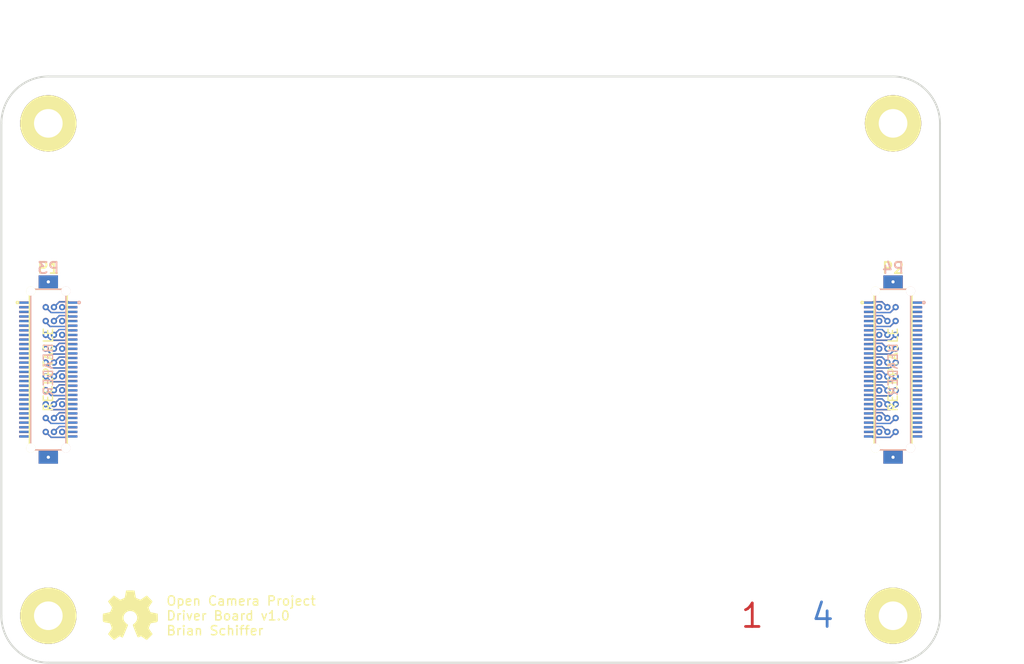
<source format=kicad_pcb>
(kicad_pcb (version 4) (host pcbnew 4.0.0-rc2-stable)

  (general
    (links 194)
    (no_connects 122)
    (area 84.870456 68.27 202.615715 141.1664)
    (thickness 1.6)
    (drawings 15)
    (tracks 579)
    (zones 0)
    (modules 13)
    (nets 63)
  )

  (page A)
  (title_block
    (title "Driver Board")
    (date 2015-12-30)
    (rev 1.0)
    (company "Open Camera Project")
    (comment 1 "Author: Brian Schiffer")
  )

  (layers
    (0 F.Cu signal)
    (1 F_inner.Cu signal)
    (2 B_inner.Cu signal)
    (31 B.Cu signal)
    (32 B.Adhes user)
    (33 F.Adhes user)
    (34 B.Paste user hide)
    (35 F.Paste user hide)
    (36 B.SilkS user)
    (37 F.SilkS user)
    (38 B.Mask user)
    (39 F.Mask user)
    (40 Dwgs.User user)
    (41 Cmts.User user)
    (42 Eco1.User user)
    (43 Eco2.User user)
    (44 Edge.Cuts user)
    (45 Margin user)
    (46 B.CrtYd user)
    (47 F.CrtYd user)
    (48 B.Fab user)
    (49 F.Fab user)
  )

  (setup
    (last_trace_width 0.1524)
    (user_trace_width 0.1524)
    (user_trace_width 0.2032)
    (user_trace_width 0.254)
    (user_trace_width 0.3048)
    (user_trace_width 0.381)
    (user_trace_width 0.508)
    (user_trace_width 0.635)
    (user_trace_width 0.762)
    (user_trace_width 0.889)
    (user_trace_width 1.016)
    (trace_clearance 0.1524)
    (zone_clearance 0.1524)
    (zone_45_only yes)
    (trace_min 0.1524)
    (segment_width 0.2032)
    (edge_width 0.2032)
    (via_size 0.6858)
    (via_drill 0.3302)
    (via_min_size 0.6858)
    (via_min_drill 0.3302)
    (user_via 0.6858 0.3302)
    (user_via 1.016 0.508)
    (uvia_size 0.508)
    (uvia_drill 0.127)
    (uvias_allowed no)
    (uvia_min_size 0.508)
    (uvia_min_drill 0.127)
    (pcb_text_width 0.3)
    (pcb_text_size 1.5 1.5)
    (mod_edge_width 0.15)
    (mod_text_size 1 1)
    (mod_text_width 0.15)
    (pad_size 2.1 1.4)
    (pad_drill 0)
    (pad_to_mask_clearance 0)
    (pad_to_paste_clearance -0.0254)
    (aux_axis_origin 0 0)
    (visible_elements 7FFFFF7F)
    (pcbplotparams
      (layerselection 0x00030_80000001)
      (usegerberextensions false)
      (excludeedgelayer true)
      (linewidth 0.100000)
      (plotframeref false)
      (viasonmask false)
      (mode 1)
      (useauxorigin false)
      (hpglpennumber 1)
      (hpglpenspeed 20)
      (hpglpendiameter 15)
      (hpglpenoverlay 2)
      (psnegative false)
      (psa4output false)
      (plotreference true)
      (plotvalue true)
      (plotinvisibletext false)
      (padsonsilk false)
      (subtractmaskfromsilk false)
      (outputformat 1)
      (mirror false)
      (drillshape 1)
      (scaleselection 1)
      (outputdirectory ""))
  )

  (net 0 "")
  (net 1 GNDD)
  (net 2 /connectors/L1)
  (net 3 /connectors/L2)
  (net 4 /connectors/L3)
  (net 5 /connectors/L4)
  (net 6 /connectors/L5)
  (net 7 /connectors/L6)
  (net 8 /connectors/L7)
  (net 9 /connectors/L8)
  (net 10 /connectors/L9)
  (net 11 /connectors/L10)
  (net 12 /connectors/L11)
  (net 13 /connectors/L12)
  (net 14 /connectors/L13)
  (net 15 /connectors/L14)
  (net 16 /connectors/L15)
  (net 17 /connectors/L16)
  (net 18 /connectors/L17)
  (net 19 /connectors/L18)
  (net 20 /connectors/L19)
  (net 21 /connectors/L20)
  (net 22 /connectors/L21)
  (net 23 /connectors/L22)
  (net 24 /connectors/L23)
  (net 25 /connectors/L24)
  (net 26 /connectors/L25)
  (net 27 /connectors/L26)
  (net 28 /connectors/L27)
  (net 29 /connectors/L28)
  (net 30 /connectors/L29)
  (net 31 /connectors/L30)
  (net 32 GNDA)
  (net 33 /connectors/R1)
  (net 34 /connectors/R2)
  (net 35 /connectors/R3)
  (net 36 /connectors/R4)
  (net 37 /connectors/R5)
  (net 38 /connectors/R6)
  (net 39 /connectors/R7)
  (net 40 /connectors/R8)
  (net 41 /connectors/R9)
  (net 42 /connectors/R10)
  (net 43 /connectors/R11)
  (net 44 /connectors/R12)
  (net 45 /connectors/R13)
  (net 46 /connectors/R14)
  (net 47 /connectors/R15)
  (net 48 /connectors/R16)
  (net 49 /connectors/R17)
  (net 50 /connectors/R18)
  (net 51 /connectors/R19)
  (net 52 /connectors/R20)
  (net 53 /connectors/R21)
  (net 54 /connectors/R22)
  (net 55 /connectors/R23)
  (net 56 /connectors/R24)
  (net 57 /connectors/R25)
  (net 58 /connectors/R26)
  (net 59 /connectors/R27)
  (net 60 /connectors/R28)
  (net 61 /connectors/R29)
  (net 62 /connectors/R30)

  (net_class Default "This is the default net class."
    (clearance 0.1524)
    (trace_width 0.1524)
    (via_dia 0.6858)
    (via_drill 0.3302)
    (uvia_dia 0.508)
    (uvia_drill 0.127)
    (add_net /connectors/L1)
    (add_net /connectors/L10)
    (add_net /connectors/L11)
    (add_net /connectors/L12)
    (add_net /connectors/L13)
    (add_net /connectors/L14)
    (add_net /connectors/L15)
    (add_net /connectors/L16)
    (add_net /connectors/L17)
    (add_net /connectors/L18)
    (add_net /connectors/L19)
    (add_net /connectors/L2)
    (add_net /connectors/L20)
    (add_net /connectors/L21)
    (add_net /connectors/L22)
    (add_net /connectors/L23)
    (add_net /connectors/L24)
    (add_net /connectors/L25)
    (add_net /connectors/L26)
    (add_net /connectors/L27)
    (add_net /connectors/L28)
    (add_net /connectors/L29)
    (add_net /connectors/L3)
    (add_net /connectors/L30)
    (add_net /connectors/L4)
    (add_net /connectors/L5)
    (add_net /connectors/L6)
    (add_net /connectors/L7)
    (add_net /connectors/L8)
    (add_net /connectors/L9)
    (add_net /connectors/R1)
    (add_net /connectors/R10)
    (add_net /connectors/R11)
    (add_net /connectors/R12)
    (add_net /connectors/R13)
    (add_net /connectors/R14)
    (add_net /connectors/R15)
    (add_net /connectors/R16)
    (add_net /connectors/R17)
    (add_net /connectors/R18)
    (add_net /connectors/R19)
    (add_net /connectors/R2)
    (add_net /connectors/R20)
    (add_net /connectors/R21)
    (add_net /connectors/R22)
    (add_net /connectors/R23)
    (add_net /connectors/R24)
    (add_net /connectors/R25)
    (add_net /connectors/R26)
    (add_net /connectors/R27)
    (add_net /connectors/R28)
    (add_net /connectors/R29)
    (add_net /connectors/R3)
    (add_net /connectors/R30)
    (add_net /connectors/R4)
    (add_net /connectors/R5)
    (add_net /connectors/R6)
    (add_net /connectors/R7)
    (add_net /connectors/R8)
    (add_net /connectors/R9)
    (add_net GNDA)
    (add_net GNDD)
  )

  (module OpenCamera:oshw_logo (layer F.Cu) (tedit 5573AF1A) (tstamp 5573ADCD)
    (at 102.87 134.62)
    (fp_text reference "" (at 0 0) (layer Eco2.User) hide
      (effects (font (thickness 0.3)))
    )
    (fp_text value "" (at 0.75 0) (layer Eco2.User) hide
      (effects (font (thickness 0.3)))
    )
    (fp_poly (pts (xy 2.919555 0.4761) (xy 2.910354 0.554634) (xy 2.884819 0.607121) (xy 2.836363 0.641309)
      (xy 2.758402 0.664949) (xy 2.644349 0.68579) (xy 2.4892 0.711312) (xy 2.367677 0.733158)
      (xy 2.264825 0.75367) (xy 2.19077 0.770684) (xy 2.155638 0.782036) (xy 2.154588 0.782841)
      (xy 2.137074 0.814497) (xy 2.107083 0.881836) (xy 2.069361 0.972748) (xy 2.028654 1.075124)
      (xy 1.989706 1.176854) (xy 1.957262 1.26583) (xy 1.936069 1.329943) (xy 1.9304 1.354952)
      (xy 1.944187 1.386828) (xy 1.982062 1.451764) (xy 2.038796 1.541336) (xy 2.109159 1.647118)
      (xy 2.136856 1.687599) (xy 2.343313 1.987116) (xy 2.050809 2.279619) (xy 1.758306 2.572123)
      (xy 1.451472 2.361586) (xy 1.144638 2.151048) (xy 0.994432 2.231107) (xy 0.908029 2.273881)
      (xy 0.85467 2.290928) (xy 0.825191 2.284793) (xy 0.820168 2.279533) (xy 0.801609 2.244407)
      (xy 0.768084 2.170568) (xy 0.722754 2.065783) (xy 0.668776 1.93782) (xy 0.609308 1.794447)
      (xy 0.547509 1.643431) (xy 0.486538 1.492538) (xy 0.429553 1.349538) (xy 0.379713 1.222196)
      (xy 0.340175 1.118281) (xy 0.314098 1.04556) (xy 0.304641 1.011801) (xy 0.304641 1.011721)
      (xy 0.324796 0.972177) (xy 0.374626 0.926929) (xy 0.390619 0.916303) (xy 0.542238 0.795275)
      (xy 0.659737 0.645108) (xy 0.739813 0.474467) (xy 0.779163 0.292019) (xy 0.774485 0.106431)
      (xy 0.745353 -0.014526) (xy 0.658139 -0.203136) (xy 0.537186 -0.354473) (xy 0.385373 -0.466473)
      (xy 0.20558 -0.53707) (xy 0.000685 -0.564202) (xy -0.02178 -0.564445) (xy -0.132356 -0.560984)
      (xy -0.217565 -0.546572) (xy -0.302541 -0.515165) (xy -0.376835 -0.479073) (xy -0.542556 -0.367823)
      (xy -0.6712 -0.225037) (xy -0.759336 -0.056917) (xy -0.803529 0.13033) (xy -0.804549 0.294031)
      (xy -0.775217 0.452616) (xy -0.71538 0.595336) (xy -0.619889 0.730089) (xy -0.483598 0.864772)
      (xy -0.375307 0.9525) (xy -0.308801 1.0033) (xy -0.546978 1.5748) (xy -0.615511 1.738811)
      (xy -0.679622 1.891435) (xy -0.73607 2.025016) (xy -0.781611 2.131898) (xy -0.813003 2.204426)
      (xy -0.824187 2.229311) (xy -0.863219 2.312323) (xy -1.0195 2.233433) (xy -1.175781 2.154543)
      (xy -1.476043 2.359971) (xy -1.583509 2.433152) (xy -1.675042 2.494831) (xy -1.742993 2.539905)
      (xy -1.779715 2.563272) (xy -1.783918 2.5654) (xy -1.803469 2.548365) (xy -1.852617 2.50128)
      (xy -1.925195 2.43017) (xy -2.015035 2.341061) (xy -2.080422 2.275685) (xy -2.369314 1.985971)
      (xy -2.174435 1.704119) (xy -2.101263 1.597079) (xy -2.03834 1.502758) (xy -1.991553 1.430146)
      (xy -1.966788 1.388232) (xy -1.964923 1.384136) (xy -1.969061 1.350045) (xy -1.988288 1.280702)
      (xy -2.018372 1.187836) (xy -2.05508 1.083176) (xy -2.094179 0.978452) (xy -2.131437 0.885394)
      (xy -2.162622 0.815731) (xy -2.181899 0.782841) (xy -2.211403 0.77225) (xy -2.281016 0.755765)
      (xy -2.38069 0.735547) (xy -2.500378 0.713757) (xy -2.5146 0.711312) (xy -2.670466 0.685631)
      (xy -2.783804 0.664799) (xy -2.861322 0.641152) (xy -2.90973 0.607024) (xy -2.935734 0.554753)
      (xy -2.946042 0.476673) (xy -2.947362 0.36512) (xy -2.9464 0.217943) (xy -2.945231 0.082062)
      (xy -2.942005 -0.034979) (xy -2.937146 -0.12419) (xy -2.931077 -0.176576) (xy -2.92735 -0.186451)
      (xy -2.896825 -0.194998) (xy -2.825643 -0.21068) (xy -2.723131 -0.231565) (xy -2.598617 -0.255718)
      (xy -2.54 -0.266745) (xy -2.408768 -0.292868) (xy -2.295574 -0.318542) (xy -2.209755 -0.341406)
      (xy -2.160648 -0.359101) (xy -2.153137 -0.364546) (xy -2.136008 -0.398947) (xy -2.104257 -0.46909)
      (xy -2.062844 -0.56384) (xy -2.028322 -0.644609) (xy -1.974727 -0.779439) (xy -1.946227 -0.871866)
      (xy -1.942381 -0.923403) (xy -1.945286 -0.930174) (xy -1.967567 -0.962991) (xy -2.012607 -1.029005)
      (xy -2.074455 -1.119504) (xy -2.147159 -1.225777) (xy -2.169812 -1.258869) (xy -2.371124 -1.552907)
      (xy -2.080222 -1.843809) (xy -1.78932 -2.134711) (xy -1.454943 -1.905144) (xy -1.120566 -1.675578)
      (xy -0.858733 -1.782817) (xy -0.752205 -1.82761) (xy -0.66396 -1.866903) (xy -0.604152 -1.896033)
      (xy -0.583275 -1.9093) (xy -0.57408 -1.939797) (xy -0.557745 -2.011133) (xy -0.536213 -2.114164)
      (xy -0.51143 -2.239748) (xy -0.497988 -2.310473) (xy -0.426328 -2.6924) (xy -0.013449 -2.6924)
      (xy 0.39943 -2.6924) (xy 0.468619 -2.31775) (xy 0.493161 -2.185204) (xy 0.514555 -2.070306)
      (xy 0.531057 -1.982365) (xy 0.540927 -1.930692) (xy 0.542779 -1.921575) (xy 0.566884 -1.903965)
      (xy 0.628682 -1.87223) (xy 0.718641 -1.83097) (xy 0.820373 -1.787607) (xy 1.092996 -1.675165)
      (xy 1.428056 -1.905075) (xy 1.763117 -2.134984) (xy 2.050276 -1.84864) (xy 2.147015 -1.750022)
      (xy 2.228576 -1.662745) (xy 2.289089 -1.593428) (xy 2.322684 -1.548691) (xy 2.327392 -1.536121)
      (xy 2.30995 -1.506751) (xy 2.268923 -1.444005) (xy 2.209828 -1.356143) (xy 2.138181 -1.251428)
      (xy 2.111174 -1.212345) (xy 2.037289 -1.104148) (xy 1.975129 -1.010169) (xy 1.929914 -0.938533)
      (xy 1.906865 -0.897362) (xy 1.905 -0.891554) (xy 1.914457 -0.860098) (xy 1.940109 -0.79247)
      (xy 1.977875 -0.699078) (xy 2.017125 -0.605633) (xy 2.12925 -0.3429) (xy 2.417175 -0.286382)
      (xy 2.543519 -0.261596) (xy 2.661917 -0.238397) (xy 2.757356 -0.219723) (xy 2.8067 -0.210095)
      (xy 2.9083 -0.190326) (xy 2.915296 0.209887) (xy 2.919007 0.363767) (xy 2.919555 0.4761)
      (xy 2.919555 0.4761)) (layer F.SilkS) (width 0.1))
  )

  (module OpenCamera:MOUNTING_HOLE (layer F.Cu) (tedit 5573AED9) (tstamp 5573AEC5)
    (at 94.615 134.874)
    (fp_text reference "" (at 0 5.2) (layer Eco2.User) hide
      (effects (font (size 1.2 1.2) (thickness 0.2)))
    )
    (fp_text value "" (at -0.06 -5.14) (layer Eco2.User) hide
      (effects (font (size 1.2 1.2) (thickness 0.2)))
    )
    (pad 1 thru_hole oval (at -0.635 -0.254) (size 6.1 6.1) (drill 3.1) (layers *.Cu *.Mask F.SilkS))
  )

  (module OpenCamera:MOUNTING_HOLE (layer F.Cu) (tedit 5573AECD) (tstamp 5573AECF)
    (at 95.631 83.439)
    (fp_text reference "" (at 0 5.2) (layer Eco2.User) hide
      (effects (font (size 1.2 1.2) (thickness 0.2)))
    )
    (fp_text value "" (at -0.06 -5.14) (layer Eco2.User) hide
      (effects (font (size 1.2 1.2) (thickness 0.2)))
    )
    (pad 1 thru_hole oval (at -1.651 -2.159) (size 6.1 6.1) (drill 3.1) (layers *.Cu *.Mask F.SilkS))
  )

  (module OpenCamera:MOUNTING_HOLE (layer F.Cu) (tedit 5573AEEB) (tstamp 5573AED8)
    (at 184.531 82.169)
    (fp_text reference "" (at 0 5.2) (layer Eco2.User) hide
      (effects (font (size 1.2 1.2) (thickness 0.2)))
    )
    (fp_text value "" (at -0.06 -5.14) (layer Eco2.User) hide
      (effects (font (size 1.2 1.2) (thickness 0.2)))
    )
    (pad 1 thru_hole oval (at 0.889 -0.889) (size 6.1 6.1) (drill 3.1) (layers *.Cu *.Mask F.SilkS))
  )

  (module OpenCamera:MOUNTING_HOLE (layer F.Cu) (tedit 5573AEF6) (tstamp 5573AEE1)
    (at 183.007 133.604)
    (fp_text reference "" (at 0 5.2) (layer Eco2.User) hide
      (effects (font (size 1.2 1.2) (thickness 0.2)))
    )
    (fp_text value "" (at -0.06 -5.14) (layer Eco2.User) hide
      (effects (font (size 1.2 1.2) (thickness 0.2)))
    )
    (pad 1 thru_hole oval (at 2.413 1.016) (size 6.1 6.1) (drill 3.1) (layers *.Cu *.Mask F.SilkS))
  )

  (module OpenCamera:STITCH_VIA (layer F.Cu) (tedit 557C28EE) (tstamp 557658E3)
    (at 187.5282 97.6376)
    (fp_text reference "" (at 0 0.5) (layer Eco2.User) hide
      (effects (font (size 1 1) (thickness 0.15)))
    )
    (fp_text value "" (at 0 -0.5) (layer Eco2.User) hide
      (effects (font (size 1 1) (thickness 0.15)))
    )
  )

  (module OpenCamera:STITCH_VIA (layer F.Cu) (tedit 557C2906) (tstamp 557658F8)
    (at 185.42 117.4496)
    (fp_text reference "" (at 0 0.5) (layer Eco2.User) hide
      (effects (font (size 1 1) (thickness 0.15)))
    )
    (fp_text value "" (at 0 -0.5) (layer Eco2.User) hide
      (effects (font (size 1 1) (thickness 0.15)))
    )
  )

  (module OpenCamera:STITCH_VIA (layer F.Cu) (tedit 557C2919) (tstamp 55765901)
    (at 93.98 98.4504)
    (fp_text reference "" (at 0 0.5) (layer Eco2.User) hide
      (effects (font (size 1 1) (thickness 0.15)))
    )
    (fp_text value "" (at 0 -0.5) (layer Eco2.User) hide
      (effects (font (size 1 1) (thickness 0.15)))
    )
  )

  (module OpenCamera:STITCH_VIA (layer F.Cu) (tedit 557C2911) (tstamp 5576590A)
    (at 93.98 117.4496)
    (fp_text reference "" (at 0 0.5) (layer Eco2.User) hide
      (effects (font (size 1 1) (thickness 0.15)))
    )
    (fp_text value "" (at 0 -0.5) (layer Eco2.User) hide
      (effects (font (size 1 1) (thickness 0.15)))
    )
  )

  (module OpenCamera:DF17_60_RECEPTACLE (layer F.Cu) (tedit 557C2686) (tstamp 5574B7E8)
    (at 93.98 107.95)
    (path /5574923E/557C3923)
    (fp_text reference P1 (at 0 -11) (layer F.SilkS)
      (effects (font (size 1.2 1.2) (thickness 0.2)))
    )
    (fp_text value CONN_LEFT_TOP (at 0 -11) (layer Eco2.User) hide
      (effects (font (size 1.2 1.2) (thickness 0.2)))
    )
    (fp_circle (center -3.34 -7.26) (end -3.32 -7.31) (layer F.SilkS) (width 0.15))
    (fp_text user RECEPTACLE (at 0 0 90) (layer F.SilkS)
      (effects (font (size 1 1) (thickness 0.15)))
    )
    (fp_line (start -2.05 -8.7) (end 2.05 -8.7) (layer F.SilkS) (width 0.15))
    (fp_line (start 2.05 -8.7) (end 2.05 8.7) (layer F.SilkS) (width 0.15))
    (fp_line (start 2.05 8.7) (end -2.05 8.7) (layer F.SilkS) (width 0.15))
    (fp_line (start -2.05 8.7) (end -2.05 -8.7) (layer F.SilkS) (width 0.15))
    (pad 62 thru_hole circle (at 0 9.5) (size 0.6858 0.6858) (drill 0.3302) (layers *.Cu)
      (net 1 GNDD))
    (pad 62 smd rect (at 0 9.5) (size 2.1 1.4) (layers F.Cu F.Paste F.Mask)
      (net 1 GNDD))
    (pad 1 smd rect (at -2.65 -7.25) (size 1 0.25) (layers F.Cu F.Paste F.Mask)
      (net 1 GNDD))
    (pad 3 smd rect (at -2.65 -6.75) (size 1 0.25) (layers F.Cu F.Paste F.Mask)
      (net 1 GNDD))
    (pad 5 smd rect (at -2.65 -6.25) (size 1 0.25) (layers F.Cu F.Paste F.Mask)
      (net 1 GNDD))
    (pad 7 smd rect (at -2.65 -5.75) (size 1 0.25) (layers F.Cu F.Paste F.Mask)
      (net 1 GNDD))
    (pad 9 smd rect (at -2.65 -5.25) (size 1 0.25) (layers F.Cu F.Paste F.Mask)
      (net 1 GNDD))
    (pad 11 smd rect (at -2.65 -4.75) (size 1 0.25) (layers F.Cu F.Paste F.Mask)
      (net 1 GNDD))
    (pad 13 smd rect (at -2.65 -4.25) (size 1 0.25) (layers F.Cu F.Paste F.Mask)
      (net 1 GNDD))
    (pad 15 smd rect (at -2.65 -3.75) (size 1 0.25) (layers F.Cu F.Paste F.Mask)
      (net 1 GNDD))
    (pad 17 smd rect (at -2.65 -3.25) (size 1 0.25) (layers F.Cu F.Paste F.Mask)
      (net 1 GNDD))
    (pad 19 smd rect (at -2.65 -2.75) (size 1 0.25) (layers F.Cu F.Paste F.Mask)
      (net 1 GNDD))
    (pad 21 smd rect (at -2.65 -2.25) (size 1 0.25) (layers F.Cu F.Paste F.Mask)
      (net 1 GNDD))
    (pad 23 smd rect (at -2.65 -1.75) (size 1 0.25) (layers F.Cu F.Paste F.Mask)
      (net 1 GNDD))
    (pad 25 smd rect (at -2.65 -1.25) (size 1 0.25) (layers F.Cu F.Paste F.Mask)
      (net 1 GNDD))
    (pad 27 smd rect (at -2.65 -0.75) (size 1 0.25) (layers F.Cu F.Paste F.Mask)
      (net 1 GNDD))
    (pad 29 smd rect (at -2.65 -0.25) (size 1 0.25) (layers F.Cu F.Paste F.Mask)
      (net 1 GNDD))
    (pad 31 smd rect (at -2.65 0.25) (size 1 0.25) (layers F.Cu F.Paste F.Mask)
      (net 1 GNDD))
    (pad 33 smd rect (at -2.65 0.75) (size 1 0.25) (layers F.Cu F.Paste F.Mask)
      (net 1 GNDD))
    (pad 35 smd rect (at -2.65 1.25) (size 1 0.25) (layers F.Cu F.Paste F.Mask)
      (net 1 GNDD))
    (pad 37 smd rect (at -2.65 1.75) (size 1 0.25) (layers F.Cu F.Paste F.Mask)
      (net 1 GNDD))
    (pad 39 smd rect (at -2.65 2.25) (size 1 0.25) (layers F.Cu F.Paste F.Mask)
      (net 1 GNDD))
    (pad 41 smd rect (at -2.65 2.75) (size 1 0.25) (layers F.Cu F.Paste F.Mask)
      (net 1 GNDD))
    (pad 43 smd rect (at -2.65 3.25) (size 1 0.25) (layers F.Cu F.Paste F.Mask)
      (net 1 GNDD))
    (pad 45 smd rect (at -2.65 3.75) (size 1 0.25) (layers F.Cu F.Paste F.Mask)
      (net 1 GNDD))
    (pad 47 smd rect (at -2.65 4.25) (size 1 0.25) (layers F.Cu F.Paste F.Mask)
      (net 1 GNDD))
    (pad 49 smd rect (at -2.65 4.75) (size 1 0.25) (layers F.Cu F.Paste F.Mask)
      (net 1 GNDD))
    (pad 51 smd rect (at -2.65 5.25) (size 1 0.25) (layers F.Cu F.Paste F.Mask)
      (net 1 GNDD))
    (pad 53 smd rect (at -2.65 5.75) (size 1 0.25) (layers F.Cu F.Paste F.Mask)
      (net 1 GNDD))
    (pad 55 smd rect (at -2.65 6.25) (size 1 0.25) (layers F.Cu F.Paste F.Mask)
      (net 1 GNDD))
    (pad 57 smd rect (at -2.65 6.75) (size 1 0.25) (layers F.Cu F.Paste F.Mask)
      (net 1 GNDD))
    (pad 59 smd rect (at -2.65 7.25) (size 1 0.25) (layers F.Cu F.Paste F.Mask)
      (net 1 GNDD))
    (pad 2 smd rect (at 2.65 -7.25) (size 1 0.25) (layers F.Cu F.Paste F.Mask)
      (net 2 /connectors/L1))
    (pad 4 smd rect (at 2.65 -6.75) (size 1 0.25) (layers F.Cu F.Paste F.Mask)
      (net 3 /connectors/L2))
    (pad 6 smd rect (at 2.65 -6.25) (size 1 0.25) (layers F.Cu F.Paste F.Mask)
      (net 4 /connectors/L3))
    (pad 8 smd rect (at 2.65 -5.75) (size 1 0.25) (layers F.Cu F.Paste F.Mask)
      (net 5 /connectors/L4))
    (pad 10 smd rect (at 2.65 -5.25) (size 1 0.25) (layers F.Cu F.Paste F.Mask)
      (net 6 /connectors/L5))
    (pad 12 smd rect (at 2.65 -4.75) (size 1 0.25) (layers F.Cu F.Paste F.Mask)
      (net 7 /connectors/L6))
    (pad 14 smd rect (at 2.65 -4.25) (size 1 0.25) (layers F.Cu F.Paste F.Mask)
      (net 8 /connectors/L7))
    (pad 16 smd rect (at 2.65 -3.75) (size 1 0.25) (layers F.Cu F.Paste F.Mask)
      (net 9 /connectors/L8))
    (pad 18 smd rect (at 2.65 -3.25) (size 1 0.25) (layers F.Cu F.Paste F.Mask)
      (net 10 /connectors/L9))
    (pad 20 smd rect (at 2.65 -2.75) (size 1 0.25) (layers F.Cu F.Paste F.Mask)
      (net 11 /connectors/L10))
    (pad 22 smd rect (at 2.65 -2.25) (size 1 0.25) (layers F.Cu F.Paste F.Mask)
      (net 12 /connectors/L11))
    (pad 24 smd rect (at 2.65 -1.75) (size 1 0.25) (layers F.Cu F.Paste F.Mask)
      (net 13 /connectors/L12))
    (pad 26 smd rect (at 2.65 -1.25) (size 1 0.25) (layers F.Cu F.Paste F.Mask)
      (net 14 /connectors/L13))
    (pad 28 smd rect (at 2.65 -0.75) (size 1 0.25) (layers F.Cu F.Paste F.Mask)
      (net 15 /connectors/L14))
    (pad 30 smd rect (at 2.65 -0.25) (size 1 0.25) (layers F.Cu F.Paste F.Mask)
      (net 16 /connectors/L15))
    (pad 32 smd rect (at 2.65 0.25) (size 1 0.25) (layers F.Cu F.Paste F.Mask)
      (net 17 /connectors/L16))
    (pad 34 smd rect (at 2.65 0.75) (size 1 0.25) (layers F.Cu F.Paste F.Mask)
      (net 18 /connectors/L17))
    (pad 36 smd rect (at 2.65 1.25) (size 1 0.25) (layers F.Cu F.Paste F.Mask)
      (net 19 /connectors/L18))
    (pad 38 smd rect (at 2.65 1.75) (size 1 0.25) (layers F.Cu F.Paste F.Mask)
      (net 20 /connectors/L19))
    (pad 40 smd rect (at 2.65 2.25) (size 1 0.25) (layers F.Cu F.Paste F.Mask)
      (net 21 /connectors/L20))
    (pad 42 smd rect (at 2.65 2.75) (size 1 0.25) (layers F.Cu F.Paste F.Mask)
      (net 22 /connectors/L21))
    (pad 44 smd rect (at 2.65 3.25) (size 1 0.25) (layers F.Cu F.Paste F.Mask)
      (net 23 /connectors/L22))
    (pad 46 smd rect (at 2.65 3.75) (size 1 0.25) (layers F.Cu F.Paste F.Mask)
      (net 24 /connectors/L23))
    (pad 48 smd rect (at 2.65 4.25) (size 1 0.25) (layers F.Cu F.Paste F.Mask)
      (net 25 /connectors/L24))
    (pad 50 smd rect (at 2.65 4.75) (size 1 0.25) (layers F.Cu F.Paste F.Mask)
      (net 26 /connectors/L25))
    (pad 52 smd rect (at 2.65 5.25) (size 1 0.25) (layers F.Cu F.Paste F.Mask)
      (net 27 /connectors/L26))
    (pad 54 smd rect (at 2.65 5.75) (size 1 0.25) (layers F.Cu F.Paste F.Mask)
      (net 28 /connectors/L27))
    (pad 56 smd rect (at 2.65 6.25) (size 1 0.25) (layers F.Cu F.Paste F.Mask)
      (net 29 /connectors/L28))
    (pad 58 smd rect (at 2.65 6.75) (size 1 0.25) (layers F.Cu F.Paste F.Mask)
      (net 30 /connectors/L29))
    (pad 60 smd rect (at 2.65 7.25) (size 1 0.25) (layers F.Cu F.Paste F.Mask)
      (net 31 /connectors/L30))
    (pad 61 smd rect (at 0 -9.5) (size 2.1 1.4) (layers F.Cu F.Paste F.Mask)
      (net 1 GNDD))
    (pad "" np_thru_hole circle (at -1.9 -8.5) (size 1 1) (drill 1) (layers *.Cu *.Mask F.SilkS))
    (pad "" np_thru_hole circle (at -1.9 8.5) (size 1 1) (drill 1) (layers *.Cu *.Mask F.SilkS))
    (pad 61 thru_hole circle (at 0 -9.5) (size 0.6858 0.6858) (drill 0.3302) (layers *.Cu)
      (net 1 GNDD))
  )

  (module OpenCamera:DF17_60_RECEPTACLE (layer F.Cu) (tedit 557C2686) (tstamp 5574C189)
    (at 185.42 107.95)
    (path /5574923E/557C4C8A)
    (fp_text reference P2 (at 0 -11) (layer F.SilkS)
      (effects (font (size 1.2 1.2) (thickness 0.2)))
    )
    (fp_text value CONN_RIGHT_TOP (at 0 -11) (layer Eco2.User) hide
      (effects (font (size 1.2 1.2) (thickness 0.2)))
    )
    (fp_circle (center -3.34 -7.26) (end -3.32 -7.31) (layer F.SilkS) (width 0.15))
    (fp_text user RECEPTACLE (at 0 0 90) (layer F.SilkS)
      (effects (font (size 1 1) (thickness 0.15)))
    )
    (fp_line (start -2.05 -8.7) (end 2.05 -8.7) (layer F.SilkS) (width 0.15))
    (fp_line (start 2.05 -8.7) (end 2.05 8.7) (layer F.SilkS) (width 0.15))
    (fp_line (start 2.05 8.7) (end -2.05 8.7) (layer F.SilkS) (width 0.15))
    (fp_line (start -2.05 8.7) (end -2.05 -8.7) (layer F.SilkS) (width 0.15))
    (pad 62 thru_hole circle (at 0 9.5) (size 0.6858 0.6858) (drill 0.3302) (layers *.Cu)
      (net 32 GNDA))
    (pad 62 smd rect (at 0 9.5) (size 2.1 1.4) (layers F.Cu F.Paste F.Mask)
      (net 32 GNDA))
    (pad 1 smd rect (at -2.65 -7.25) (size 1 0.25) (layers F.Cu F.Paste F.Mask)
      (net 33 /connectors/R1))
    (pad 3 smd rect (at -2.65 -6.75) (size 1 0.25) (layers F.Cu F.Paste F.Mask)
      (net 34 /connectors/R2))
    (pad 5 smd rect (at -2.65 -6.25) (size 1 0.25) (layers F.Cu F.Paste F.Mask)
      (net 35 /connectors/R3))
    (pad 7 smd rect (at -2.65 -5.75) (size 1 0.25) (layers F.Cu F.Paste F.Mask)
      (net 36 /connectors/R4))
    (pad 9 smd rect (at -2.65 -5.25) (size 1 0.25) (layers F.Cu F.Paste F.Mask)
      (net 37 /connectors/R5))
    (pad 11 smd rect (at -2.65 -4.75) (size 1 0.25) (layers F.Cu F.Paste F.Mask)
      (net 38 /connectors/R6))
    (pad 13 smd rect (at -2.65 -4.25) (size 1 0.25) (layers F.Cu F.Paste F.Mask)
      (net 39 /connectors/R7))
    (pad 15 smd rect (at -2.65 -3.75) (size 1 0.25) (layers F.Cu F.Paste F.Mask)
      (net 40 /connectors/R8))
    (pad 17 smd rect (at -2.65 -3.25) (size 1 0.25) (layers F.Cu F.Paste F.Mask)
      (net 41 /connectors/R9))
    (pad 19 smd rect (at -2.65 -2.75) (size 1 0.25) (layers F.Cu F.Paste F.Mask)
      (net 42 /connectors/R10))
    (pad 21 smd rect (at -2.65 -2.25) (size 1 0.25) (layers F.Cu F.Paste F.Mask)
      (net 43 /connectors/R11))
    (pad 23 smd rect (at -2.65 -1.75) (size 1 0.25) (layers F.Cu F.Paste F.Mask)
      (net 44 /connectors/R12))
    (pad 25 smd rect (at -2.65 -1.25) (size 1 0.25) (layers F.Cu F.Paste F.Mask)
      (net 45 /connectors/R13))
    (pad 27 smd rect (at -2.65 -0.75) (size 1 0.25) (layers F.Cu F.Paste F.Mask)
      (net 46 /connectors/R14))
    (pad 29 smd rect (at -2.65 -0.25) (size 1 0.25) (layers F.Cu F.Paste F.Mask)
      (net 47 /connectors/R15))
    (pad 31 smd rect (at -2.65 0.25) (size 1 0.25) (layers F.Cu F.Paste F.Mask)
      (net 48 /connectors/R16))
    (pad 33 smd rect (at -2.65 0.75) (size 1 0.25) (layers F.Cu F.Paste F.Mask)
      (net 49 /connectors/R17))
    (pad 35 smd rect (at -2.65 1.25) (size 1 0.25) (layers F.Cu F.Paste F.Mask)
      (net 50 /connectors/R18))
    (pad 37 smd rect (at -2.65 1.75) (size 1 0.25) (layers F.Cu F.Paste F.Mask)
      (net 51 /connectors/R19))
    (pad 39 smd rect (at -2.65 2.25) (size 1 0.25) (layers F.Cu F.Paste F.Mask)
      (net 52 /connectors/R20))
    (pad 41 smd rect (at -2.65 2.75) (size 1 0.25) (layers F.Cu F.Paste F.Mask)
      (net 53 /connectors/R21))
    (pad 43 smd rect (at -2.65 3.25) (size 1 0.25) (layers F.Cu F.Paste F.Mask)
      (net 54 /connectors/R22))
    (pad 45 smd rect (at -2.65 3.75) (size 1 0.25) (layers F.Cu F.Paste F.Mask)
      (net 55 /connectors/R23))
    (pad 47 smd rect (at -2.65 4.25) (size 1 0.25) (layers F.Cu F.Paste F.Mask)
      (net 56 /connectors/R24))
    (pad 49 smd rect (at -2.65 4.75) (size 1 0.25) (layers F.Cu F.Paste F.Mask)
      (net 57 /connectors/R25))
    (pad 51 smd rect (at -2.65 5.25) (size 1 0.25) (layers F.Cu F.Paste F.Mask)
      (net 58 /connectors/R26))
    (pad 53 smd rect (at -2.65 5.75) (size 1 0.25) (layers F.Cu F.Paste F.Mask)
      (net 59 /connectors/R27))
    (pad 55 smd rect (at -2.65 6.25) (size 1 0.25) (layers F.Cu F.Paste F.Mask)
      (net 60 /connectors/R28))
    (pad 57 smd rect (at -2.65 6.75) (size 1 0.25) (layers F.Cu F.Paste F.Mask)
      (net 61 /connectors/R29))
    (pad 59 smd rect (at -2.65 7.25) (size 1 0.25) (layers F.Cu F.Paste F.Mask)
      (net 62 /connectors/R30))
    (pad 2 smd rect (at 2.65 -7.25) (size 1 0.25) (layers F.Cu F.Paste F.Mask)
      (net 32 GNDA))
    (pad 4 smd rect (at 2.65 -6.75) (size 1 0.25) (layers F.Cu F.Paste F.Mask)
      (net 32 GNDA))
    (pad 6 smd rect (at 2.65 -6.25) (size 1 0.25) (layers F.Cu F.Paste F.Mask)
      (net 32 GNDA))
    (pad 8 smd rect (at 2.65 -5.75) (size 1 0.25) (layers F.Cu F.Paste F.Mask)
      (net 32 GNDA))
    (pad 10 smd rect (at 2.65 -5.25) (size 1 0.25) (layers F.Cu F.Paste F.Mask)
      (net 32 GNDA))
    (pad 12 smd rect (at 2.65 -4.75) (size 1 0.25) (layers F.Cu F.Paste F.Mask)
      (net 32 GNDA))
    (pad 14 smd rect (at 2.65 -4.25) (size 1 0.25) (layers F.Cu F.Paste F.Mask)
      (net 32 GNDA))
    (pad 16 smd rect (at 2.65 -3.75) (size 1 0.25) (layers F.Cu F.Paste F.Mask)
      (net 32 GNDA))
    (pad 18 smd rect (at 2.65 -3.25) (size 1 0.25) (layers F.Cu F.Paste F.Mask)
      (net 32 GNDA))
    (pad 20 smd rect (at 2.65 -2.75) (size 1 0.25) (layers F.Cu F.Paste F.Mask)
      (net 32 GNDA))
    (pad 22 smd rect (at 2.65 -2.25) (size 1 0.25) (layers F.Cu F.Paste F.Mask)
      (net 32 GNDA))
    (pad 24 smd rect (at 2.65 -1.75) (size 1 0.25) (layers F.Cu F.Paste F.Mask)
      (net 32 GNDA))
    (pad 26 smd rect (at 2.65 -1.25) (size 1 0.25) (layers F.Cu F.Paste F.Mask)
      (net 32 GNDA))
    (pad 28 smd rect (at 2.65 -0.75) (size 1 0.25) (layers F.Cu F.Paste F.Mask)
      (net 32 GNDA))
    (pad 30 smd rect (at 2.65 -0.25) (size 1 0.25) (layers F.Cu F.Paste F.Mask)
      (net 32 GNDA))
    (pad 32 smd rect (at 2.65 0.25) (size 1 0.25) (layers F.Cu F.Paste F.Mask)
      (net 32 GNDA))
    (pad 34 smd rect (at 2.65 0.75) (size 1 0.25) (layers F.Cu F.Paste F.Mask)
      (net 32 GNDA))
    (pad 36 smd rect (at 2.65 1.25) (size 1 0.25) (layers F.Cu F.Paste F.Mask)
      (net 32 GNDA))
    (pad 38 smd rect (at 2.65 1.75) (size 1 0.25) (layers F.Cu F.Paste F.Mask)
      (net 32 GNDA))
    (pad 40 smd rect (at 2.65 2.25) (size 1 0.25) (layers F.Cu F.Paste F.Mask)
      (net 32 GNDA))
    (pad 42 smd rect (at 2.65 2.75) (size 1 0.25) (layers F.Cu F.Paste F.Mask)
      (net 32 GNDA))
    (pad 44 smd rect (at 2.65 3.25) (size 1 0.25) (layers F.Cu F.Paste F.Mask)
      (net 32 GNDA))
    (pad 46 smd rect (at 2.65 3.75) (size 1 0.25) (layers F.Cu F.Paste F.Mask)
      (net 32 GNDA))
    (pad 48 smd rect (at 2.65 4.25) (size 1 0.25) (layers F.Cu F.Paste F.Mask)
      (net 32 GNDA))
    (pad 50 smd rect (at 2.65 4.75) (size 1 0.25) (layers F.Cu F.Paste F.Mask)
      (net 32 GNDA))
    (pad 52 smd rect (at 2.65 5.25) (size 1 0.25) (layers F.Cu F.Paste F.Mask)
      (net 32 GNDA))
    (pad 54 smd rect (at 2.65 5.75) (size 1 0.25) (layers F.Cu F.Paste F.Mask)
      (net 32 GNDA))
    (pad 56 smd rect (at 2.65 6.25) (size 1 0.25) (layers F.Cu F.Paste F.Mask)
      (net 32 GNDA))
    (pad 58 smd rect (at 2.65 6.75) (size 1 0.25) (layers F.Cu F.Paste F.Mask)
      (net 32 GNDA))
    (pad 60 smd rect (at 2.65 7.25) (size 1 0.25) (layers F.Cu F.Paste F.Mask)
      (net 32 GNDA))
    (pad 61 smd rect (at 0 -9.5) (size 2.1 1.4) (layers F.Cu F.Paste F.Mask)
      (net 32 GNDA))
    (pad "" np_thru_hole circle (at -1.9 -8.5) (size 1 1) (drill 1) (layers *.Cu *.Mask F.SilkS))
    (pad "" np_thru_hole circle (at -1.9 8.5) (size 1 1) (drill 1) (layers *.Cu *.Mask F.SilkS))
    (pad 61 thru_hole circle (at 0 -9.5) (size 0.6858 0.6858) (drill 0.3302) (layers *.Cu)
      (net 32 GNDA))
  )

  (module OpenCamera:DF17_60_HEADER (layer B.Cu) (tedit 557C26D6) (tstamp 5574C1D1)
    (at 185.42 107.95 180)
    (path /5574923E/557C4BF1)
    (fp_text reference P4 (at 0 11 180) (layer B.SilkS)
      (effects (font (size 1.2 1.2) (thickness 0.2)) (justify mirror))
    )
    (fp_text value CONN_RIGHT_BOTTOM (at 0 11 180) (layer Eco2.User) hide
      (effects (font (size 1.2 1.2) (thickness 0.2)))
    )
    (fp_line (start -1.9 8.7) (end 1.9 8.7) (layer B.SilkS) (width 0.15))
    (fp_line (start 1.9 8.7) (end 1.9 -8.7) (layer B.SilkS) (width 0.15))
    (fp_line (start 1.9 -8.7) (end -1.9 -8.7) (layer B.SilkS) (width 0.15))
    (fp_line (start -1.9 -8.7) (end -1.9 8.7) (layer B.SilkS) (width 0.15))
    (fp_text user HEADER (at 0 0 450) (layer B.SilkS)
      (effects (font (size 1 1) (thickness 0.15)) (justify mirror))
    )
    (fp_circle (center -3.34 7.26) (end -3.32 7.31) (layer B.SilkS) (width 0.15))
    (pad "" np_thru_hole circle (at -1.9 8.5 180) (size 1 1) (drill 1) (layers *.Cu *.Mask B.SilkS))
    (pad 62 smd rect (at 0 -9.5 180) (size 2.1 1.4) (layers B.Cu B.Paste B.Mask)
      (net 32 GNDA))
    (pad 1 smd rect (at -2.575 7.25 180) (size 1.15 0.25) (layers B.Cu B.Paste B.Mask)
      (net 32 GNDA))
    (pad 3 smd rect (at -2.575 6.75 180) (size 1.15 0.25) (layers B.Cu B.Paste B.Mask)
      (net 32 GNDA))
    (pad 5 smd rect (at -2.575 6.25 180) (size 1.15 0.25) (layers B.Cu B.Paste B.Mask)
      (net 32 GNDA))
    (pad 7 smd rect (at -2.575 5.75 180) (size 1.15 0.25) (layers B.Cu B.Paste B.Mask)
      (net 32 GNDA))
    (pad 9 smd rect (at -2.575 5.25 180) (size 1.15 0.25) (layers B.Cu B.Paste B.Mask)
      (net 32 GNDA))
    (pad 11 smd rect (at -2.575 4.75 180) (size 1.15 0.25) (layers B.Cu B.Paste B.Mask)
      (net 32 GNDA))
    (pad 13 smd rect (at -2.575 4.25 180) (size 1.15 0.25) (layers B.Cu B.Paste B.Mask)
      (net 32 GNDA))
    (pad 15 smd rect (at -2.575 3.75 180) (size 1.15 0.25) (layers B.Cu B.Paste B.Mask)
      (net 32 GNDA))
    (pad 17 smd rect (at -2.575 3.25 180) (size 1.15 0.25) (layers B.Cu B.Paste B.Mask)
      (net 32 GNDA))
    (pad 19 smd rect (at -2.575 2.75 180) (size 1.15 0.25) (layers B.Cu B.Paste B.Mask)
      (net 32 GNDA))
    (pad 21 smd rect (at -2.575 2.25 180) (size 1.15 0.25) (layers B.Cu B.Paste B.Mask)
      (net 32 GNDA))
    (pad 23 smd rect (at -2.575 1.75 180) (size 1.15 0.25) (layers B.Cu B.Paste B.Mask)
      (net 32 GNDA))
    (pad 25 smd rect (at -2.575 1.25 180) (size 1.15 0.25) (layers B.Cu B.Paste B.Mask)
      (net 32 GNDA))
    (pad 27 smd rect (at -2.575 0.75 180) (size 1.15 0.25) (layers B.Cu B.Paste B.Mask)
      (net 32 GNDA))
    (pad 29 smd rect (at -2.575 0.25 180) (size 1.15 0.25) (layers B.Cu B.Paste B.Mask)
      (net 32 GNDA))
    (pad 31 smd rect (at -2.575 -0.25 180) (size 1.15 0.25) (layers B.Cu B.Paste B.Mask)
      (net 32 GNDA))
    (pad 33 smd rect (at -2.575 -0.75 180) (size 1.15 0.25) (layers B.Cu B.Paste B.Mask)
      (net 32 GNDA))
    (pad 35 smd rect (at -2.575 -1.25 180) (size 1.15 0.25) (layers B.Cu B.Paste B.Mask)
      (net 32 GNDA))
    (pad 37 smd rect (at -2.575 -1.75 180) (size 1.15 0.25) (layers B.Cu B.Paste B.Mask)
      (net 32 GNDA))
    (pad 39 smd rect (at -2.575 -2.25 180) (size 1.15 0.25) (layers B.Cu B.Paste B.Mask)
      (net 32 GNDA))
    (pad 41 smd rect (at -2.575 -2.75 180) (size 1.15 0.25) (layers B.Cu B.Paste B.Mask)
      (net 32 GNDA))
    (pad 43 smd rect (at -2.575 -3.25 180) (size 1.15 0.25) (layers B.Cu B.Paste B.Mask)
      (net 32 GNDA))
    (pad 45 smd rect (at -2.575 -3.75 180) (size 1.15 0.25) (layers B.Cu B.Paste B.Mask)
      (net 32 GNDA))
    (pad 47 smd rect (at -2.575 -4.25 180) (size 1.15 0.25) (layers B.Cu B.Paste B.Mask)
      (net 32 GNDA))
    (pad 49 smd rect (at -2.575 -4.75 180) (size 1.15 0.25) (layers B.Cu B.Paste B.Mask)
      (net 32 GNDA))
    (pad 51 smd rect (at -2.575 -5.25 180) (size 1.15 0.25) (layers B.Cu B.Paste B.Mask)
      (net 32 GNDA))
    (pad 53 smd rect (at -2.575 -5.75 180) (size 1.15 0.25) (layers B.Cu B.Paste B.Mask)
      (net 32 GNDA))
    (pad 55 smd rect (at -2.575 -6.25 180) (size 1.15 0.25) (layers B.Cu B.Paste B.Mask)
      (net 32 GNDA))
    (pad 57 smd rect (at -2.575 -6.75 180) (size 1.15 0.25) (layers B.Cu B.Paste B.Mask)
      (net 32 GNDA))
    (pad 59 smd rect (at -2.575 -7.25 180) (size 1.15 0.25) (layers B.Cu B.Paste B.Mask)
      (net 32 GNDA))
    (pad 2 smd rect (at 2.575 7.25 180) (size 1.15 0.25) (layers B.Cu B.Paste B.Mask)
      (net 33 /connectors/R1))
    (pad 4 smd rect (at 2.575 6.75 180) (size 1.15 0.25) (layers B.Cu B.Paste B.Mask)
      (net 34 /connectors/R2))
    (pad 6 smd rect (at 2.575 6.25 180) (size 1.15 0.25) (layers B.Cu B.Paste B.Mask)
      (net 35 /connectors/R3))
    (pad 8 smd rect (at 2.575 5.75 180) (size 1.15 0.25) (layers B.Cu B.Paste B.Mask)
      (net 36 /connectors/R4))
    (pad 10 smd rect (at 2.575 5.25 180) (size 1.15 0.25) (layers B.Cu B.Paste B.Mask)
      (net 37 /connectors/R5))
    (pad 12 smd rect (at 2.575 4.75 180) (size 1.15 0.25) (layers B.Cu B.Paste B.Mask)
      (net 38 /connectors/R6))
    (pad 14 smd rect (at 2.575 4.25 180) (size 1.15 0.25) (layers B.Cu B.Paste B.Mask)
      (net 39 /connectors/R7))
    (pad 16 smd rect (at 2.575 3.75 180) (size 1.15 0.25) (layers B.Cu B.Paste B.Mask)
      (net 40 /connectors/R8))
    (pad 18 smd rect (at 2.575 3.25 180) (size 1.15 0.25) (layers B.Cu B.Paste B.Mask)
      (net 41 /connectors/R9))
    (pad 20 smd rect (at 2.575 2.75 180) (size 1.15 0.25) (layers B.Cu B.Paste B.Mask)
      (net 42 /connectors/R10))
    (pad 22 smd rect (at 2.575 2.25 180) (size 1.15 0.25) (layers B.Cu B.Paste B.Mask)
      (net 43 /connectors/R11))
    (pad 24 smd rect (at 2.575 1.75 180) (size 1.15 0.25) (layers B.Cu B.Paste B.Mask)
      (net 44 /connectors/R12))
    (pad 26 smd rect (at 2.575 1.25 180) (size 1.15 0.25) (layers B.Cu B.Paste B.Mask)
      (net 45 /connectors/R13))
    (pad 28 smd rect (at 2.575 0.75 180) (size 1.15 0.25) (layers B.Cu B.Paste B.Mask)
      (net 46 /connectors/R14))
    (pad 30 smd rect (at 2.575 0.25 180) (size 1.15 0.25) (layers B.Cu B.Paste B.Mask)
      (net 47 /connectors/R15))
    (pad 32 smd rect (at 2.575 -0.25 180) (size 1.15 0.25) (layers B.Cu B.Paste B.Mask)
      (net 48 /connectors/R16))
    (pad 34 smd rect (at 2.575 -0.75 180) (size 1.15 0.25) (layers B.Cu B.Paste B.Mask)
      (net 49 /connectors/R17))
    (pad 36 smd rect (at 2.575 -1.25 180) (size 1.15 0.25) (layers B.Cu B.Paste B.Mask)
      (net 50 /connectors/R18))
    (pad 38 smd rect (at 2.575 -1.75 180) (size 1.15 0.25) (layers B.Cu B.Paste B.Mask)
      (net 51 /connectors/R19))
    (pad 40 smd rect (at 2.575 -2.25 180) (size 1.15 0.25) (layers B.Cu B.Paste B.Mask)
      (net 52 /connectors/R20))
    (pad 42 smd rect (at 2.575 -2.75 180) (size 1.15 0.25) (layers B.Cu B.Paste B.Mask)
      (net 53 /connectors/R21))
    (pad 44 smd rect (at 2.575 -3.25 180) (size 1.15 0.25) (layers B.Cu B.Paste B.Mask)
      (net 54 /connectors/R22))
    (pad 46 smd rect (at 2.575 -3.75 180) (size 1.15 0.25) (layers B.Cu B.Paste B.Mask)
      (net 55 /connectors/R23))
    (pad 48 smd rect (at 2.575 -4.25 180) (size 1.15 0.25) (layers B.Cu B.Paste B.Mask)
      (net 56 /connectors/R24))
    (pad 50 smd rect (at 2.575 -4.75 180) (size 1.15 0.25) (layers B.Cu B.Paste B.Mask)
      (net 57 /connectors/R25))
    (pad 52 smd rect (at 2.575 -5.25 180) (size 1.15 0.25) (layers B.Cu B.Paste B.Mask)
      (net 58 /connectors/R26))
    (pad 54 smd rect (at 2.575 -5.75 180) (size 1.15 0.25) (layers B.Cu B.Paste B.Mask)
      (net 59 /connectors/R27))
    (pad 56 smd rect (at 2.575 -6.25 180) (size 1.15 0.25) (layers B.Cu B.Paste B.Mask)
      (net 60 /connectors/R28))
    (pad 58 smd rect (at 2.575 -6.75 180) (size 1.15 0.25) (layers B.Cu B.Paste B.Mask)
      (net 61 /connectors/R29))
    (pad 60 smd rect (at 2.575 -7.25 180) (size 1.15 0.25) (layers B.Cu B.Paste B.Mask)
      (net 62 /connectors/R30))
    (pad 61 smd rect (at 0 9.5 180) (size 2.1 1.4) (layers B.Cu B.Paste B.Mask)
      (net 32 GNDA))
    (pad "" np_thru_hole circle (at -1.9 -8.5 180) (size 1 1) (drill 1) (layers *.Cu *.Mask B.SilkS))
    (pad 61 thru_hole circle (at 0 9.5 180) (size 0.6858 0.6858) (drill 0.3302) (layers *.Cu)
      (net 32 GNDA))
    (pad 62 thru_hole circle (at 0 -9.5 180) (size 0.6858 0.6858) (drill 0.3302) (layers *.Cu)
      (net 32 GNDA))
  )

  (module OpenCamera:DF17_60_HEADER (layer B.Cu) (tedit 557C26D6) (tstamp 5574B878)
    (at 93.98 107.95 180)
    (path /5574923E/557C3BC1)
    (fp_text reference P3 (at 0 11 180) (layer B.SilkS)
      (effects (font (size 1.2 1.2) (thickness 0.2)) (justify mirror))
    )
    (fp_text value CONN_LEFT_BOTTOM (at 0 11 180) (layer Eco2.User) hide
      (effects (font (size 1.2 1.2) (thickness 0.2)))
    )
    (fp_line (start -1.9 8.7) (end 1.9 8.7) (layer B.SilkS) (width 0.15))
    (fp_line (start 1.9 8.7) (end 1.9 -8.7) (layer B.SilkS) (width 0.15))
    (fp_line (start 1.9 -8.7) (end -1.9 -8.7) (layer B.SilkS) (width 0.15))
    (fp_line (start -1.9 -8.7) (end -1.9 8.7) (layer B.SilkS) (width 0.15))
    (fp_text user HEADER (at 0 0 450) (layer B.SilkS)
      (effects (font (size 1 1) (thickness 0.15)) (justify mirror))
    )
    (fp_circle (center -3.34 7.26) (end -3.32 7.31) (layer B.SilkS) (width 0.15))
    (pad "" np_thru_hole circle (at -1.9 8.5 180) (size 1 1) (drill 1) (layers *.Cu *.Mask B.SilkS))
    (pad 62 smd rect (at 0 -9.5 180) (size 2.1 1.4) (layers B.Cu B.Paste B.Mask)
      (net 1 GNDD))
    (pad 1 smd rect (at -2.575 7.25 180) (size 1.15 0.25) (layers B.Cu B.Paste B.Mask)
      (net 2 /connectors/L1))
    (pad 3 smd rect (at -2.575 6.75 180) (size 1.15 0.25) (layers B.Cu B.Paste B.Mask)
      (net 3 /connectors/L2))
    (pad 5 smd rect (at -2.575 6.25 180) (size 1.15 0.25) (layers B.Cu B.Paste B.Mask)
      (net 4 /connectors/L3))
    (pad 7 smd rect (at -2.575 5.75 180) (size 1.15 0.25) (layers B.Cu B.Paste B.Mask)
      (net 5 /connectors/L4))
    (pad 9 smd rect (at -2.575 5.25 180) (size 1.15 0.25) (layers B.Cu B.Paste B.Mask)
      (net 6 /connectors/L5))
    (pad 11 smd rect (at -2.575 4.75 180) (size 1.15 0.25) (layers B.Cu B.Paste B.Mask)
      (net 7 /connectors/L6))
    (pad 13 smd rect (at -2.575 4.25 180) (size 1.15 0.25) (layers B.Cu B.Paste B.Mask)
      (net 8 /connectors/L7))
    (pad 15 smd rect (at -2.575 3.75 180) (size 1.15 0.25) (layers B.Cu B.Paste B.Mask)
      (net 9 /connectors/L8))
    (pad 17 smd rect (at -2.575 3.25 180) (size 1.15 0.25) (layers B.Cu B.Paste B.Mask)
      (net 10 /connectors/L9))
    (pad 19 smd rect (at -2.575 2.75 180) (size 1.15 0.25) (layers B.Cu B.Paste B.Mask)
      (net 11 /connectors/L10))
    (pad 21 smd rect (at -2.575 2.25 180) (size 1.15 0.25) (layers B.Cu B.Paste B.Mask)
      (net 12 /connectors/L11))
    (pad 23 smd rect (at -2.575 1.75 180) (size 1.15 0.25) (layers B.Cu B.Paste B.Mask)
      (net 13 /connectors/L12))
    (pad 25 smd rect (at -2.575 1.25 180) (size 1.15 0.25) (layers B.Cu B.Paste B.Mask)
      (net 14 /connectors/L13))
    (pad 27 smd rect (at -2.575 0.75 180) (size 1.15 0.25) (layers B.Cu B.Paste B.Mask)
      (net 15 /connectors/L14))
    (pad 29 smd rect (at -2.575 0.25 180) (size 1.15 0.25) (layers B.Cu B.Paste B.Mask)
      (net 16 /connectors/L15))
    (pad 31 smd rect (at -2.575 -0.25 180) (size 1.15 0.25) (layers B.Cu B.Paste B.Mask)
      (net 17 /connectors/L16))
    (pad 33 smd rect (at -2.575 -0.75 180) (size 1.15 0.25) (layers B.Cu B.Paste B.Mask)
      (net 18 /connectors/L17))
    (pad 35 smd rect (at -2.575 -1.25 180) (size 1.15 0.25) (layers B.Cu B.Paste B.Mask)
      (net 19 /connectors/L18))
    (pad 37 smd rect (at -2.575 -1.75 180) (size 1.15 0.25) (layers B.Cu B.Paste B.Mask)
      (net 20 /connectors/L19))
    (pad 39 smd rect (at -2.575 -2.25 180) (size 1.15 0.25) (layers B.Cu B.Paste B.Mask)
      (net 21 /connectors/L20))
    (pad 41 smd rect (at -2.575 -2.75 180) (size 1.15 0.25) (layers B.Cu B.Paste B.Mask)
      (net 22 /connectors/L21))
    (pad 43 smd rect (at -2.575 -3.25 180) (size 1.15 0.25) (layers B.Cu B.Paste B.Mask)
      (net 23 /connectors/L22))
    (pad 45 smd rect (at -2.575 -3.75 180) (size 1.15 0.25) (layers B.Cu B.Paste B.Mask)
      (net 24 /connectors/L23))
    (pad 47 smd rect (at -2.575 -4.25 180) (size 1.15 0.25) (layers B.Cu B.Paste B.Mask)
      (net 25 /connectors/L24))
    (pad 49 smd rect (at -2.575 -4.75 180) (size 1.15 0.25) (layers B.Cu B.Paste B.Mask)
      (net 26 /connectors/L25))
    (pad 51 smd rect (at -2.575 -5.25 180) (size 1.15 0.25) (layers B.Cu B.Paste B.Mask)
      (net 27 /connectors/L26))
    (pad 53 smd rect (at -2.575 -5.75 180) (size 1.15 0.25) (layers B.Cu B.Paste B.Mask)
      (net 28 /connectors/L27))
    (pad 55 smd rect (at -2.575 -6.25 180) (size 1.15 0.25) (layers B.Cu B.Paste B.Mask)
      (net 29 /connectors/L28))
    (pad 57 smd rect (at -2.575 -6.75 180) (size 1.15 0.25) (layers B.Cu B.Paste B.Mask)
      (net 30 /connectors/L29))
    (pad 59 smd rect (at -2.575 -7.25 180) (size 1.15 0.25) (layers B.Cu B.Paste B.Mask)
      (net 31 /connectors/L30))
    (pad 2 smd rect (at 2.575 7.25 180) (size 1.15 0.25) (layers B.Cu B.Paste B.Mask)
      (net 1 GNDD))
    (pad 4 smd rect (at 2.575 6.75 180) (size 1.15 0.25) (layers B.Cu B.Paste B.Mask)
      (net 1 GNDD))
    (pad 6 smd rect (at 2.575 6.25 180) (size 1.15 0.25) (layers B.Cu B.Paste B.Mask)
      (net 1 GNDD))
    (pad 8 smd rect (at 2.575 5.75 180) (size 1.15 0.25) (layers B.Cu B.Paste B.Mask)
      (net 1 GNDD))
    (pad 10 smd rect (at 2.575 5.25 180) (size 1.15 0.25) (layers B.Cu B.Paste B.Mask)
      (net 1 GNDD))
    (pad 12 smd rect (at 2.575 4.75 180) (size 1.15 0.25) (layers B.Cu B.Paste B.Mask)
      (net 1 GNDD))
    (pad 14 smd rect (at 2.575 4.25 180) (size 1.15 0.25) (layers B.Cu B.Paste B.Mask)
      (net 1 GNDD))
    (pad 16 smd rect (at 2.575 3.75 180) (size 1.15 0.25) (layers B.Cu B.Paste B.Mask)
      (net 1 GNDD))
    (pad 18 smd rect (at 2.575 3.25 180) (size 1.15 0.25) (layers B.Cu B.Paste B.Mask)
      (net 1 GNDD))
    (pad 20 smd rect (at 2.575 2.75 180) (size 1.15 0.25) (layers B.Cu B.Paste B.Mask)
      (net 1 GNDD))
    (pad 22 smd rect (at 2.575 2.25 180) (size 1.15 0.25) (layers B.Cu B.Paste B.Mask)
      (net 1 GNDD))
    (pad 24 smd rect (at 2.575 1.75 180) (size 1.15 0.25) (layers B.Cu B.Paste B.Mask)
      (net 1 GNDD))
    (pad 26 smd rect (at 2.575 1.25 180) (size 1.15 0.25) (layers B.Cu B.Paste B.Mask)
      (net 1 GNDD))
    (pad 28 smd rect (at 2.575 0.75 180) (size 1.15 0.25) (layers B.Cu B.Paste B.Mask)
      (net 1 GNDD))
    (pad 30 smd rect (at 2.575 0.25 180) (size 1.15 0.25) (layers B.Cu B.Paste B.Mask)
      (net 1 GNDD))
    (pad 32 smd rect (at 2.575 -0.25 180) (size 1.15 0.25) (layers B.Cu B.Paste B.Mask)
      (net 1 GNDD))
    (pad 34 smd rect (at 2.575 -0.75 180) (size 1.15 0.25) (layers B.Cu B.Paste B.Mask)
      (net 1 GNDD))
    (pad 36 smd rect (at 2.575 -1.25 180) (size 1.15 0.25) (layers B.Cu B.Paste B.Mask)
      (net 1 GNDD))
    (pad 38 smd rect (at 2.575 -1.75 180) (size 1.15 0.25) (layers B.Cu B.Paste B.Mask)
      (net 1 GNDD))
    (pad 40 smd rect (at 2.575 -2.25 180) (size 1.15 0.25) (layers B.Cu B.Paste B.Mask)
      (net 1 GNDD))
    (pad 42 smd rect (at 2.575 -2.75 180) (size 1.15 0.25) (layers B.Cu B.Paste B.Mask)
      (net 1 GNDD))
    (pad 44 smd rect (at 2.575 -3.25 180) (size 1.15 0.25) (layers B.Cu B.Paste B.Mask)
      (net 1 GNDD))
    (pad 46 smd rect (at 2.575 -3.75 180) (size 1.15 0.25) (layers B.Cu B.Paste B.Mask)
      (net 1 GNDD))
    (pad 48 smd rect (at 2.575 -4.25 180) (size 1.15 0.25) (layers B.Cu B.Paste B.Mask)
      (net 1 GNDD))
    (pad 50 smd rect (at 2.575 -4.75 180) (size 1.15 0.25) (layers B.Cu B.Paste B.Mask)
      (net 1 GNDD))
    (pad 52 smd rect (at 2.575 -5.25 180) (size 1.15 0.25) (layers B.Cu B.Paste B.Mask)
      (net 1 GNDD))
    (pad 54 smd rect (at 2.575 -5.75 180) (size 1.15 0.25) (layers B.Cu B.Paste B.Mask)
      (net 1 GNDD))
    (pad 56 smd rect (at 2.575 -6.25 180) (size 1.15 0.25) (layers B.Cu B.Paste B.Mask)
      (net 1 GNDD))
    (pad 58 smd rect (at 2.575 -6.75 180) (size 1.15 0.25) (layers B.Cu B.Paste B.Mask)
      (net 1 GNDD))
    (pad 60 smd rect (at 2.575 -7.25 180) (size 1.15 0.25) (layers B.Cu B.Paste B.Mask)
      (net 1 GNDD))
    (pad 61 smd rect (at 0 9.5 180) (size 2.1 1.4) (layers B.Cu B.Paste B.Mask)
      (net 1 GNDD))
    (pad "" np_thru_hole circle (at -1.9 -8.5 180) (size 1 1) (drill 1) (layers *.Cu *.Mask B.SilkS))
    (pad 61 thru_hole circle (at 0 9.5 180) (size 0.6858 0.6858) (drill 0.3302) (layers *.Cu)
      (net 1 GNDD))
    (pad 62 thru_hole circle (at 0 -9.5 180) (size 0.6858 0.6858) (drill 0.3302) (layers *.Cu)
      (net 1 GNDD))
  )

  (gr_text 4 (at 177.8 134.62) (layer B.Cu)
    (effects (font (size 2.54 2.54) (thickness 0.3)))
  )
  (gr_text 3 (at 175.26 134.62) (layer B_inner.Cu)
    (effects (font (size 2.54 2.54) (thickness 0.3)))
  )
  (gr_text 2 (at 172.72 134.62) (layer F_inner.Cu)
    (effects (font (size 2.54 2.54) (thickness 0.3)))
  )
  (gr_text 1 (at 170.18 134.62) (layer F.Cu)
    (effects (font (size 2.54 2.54) (thickness 0.3)))
  )
  (dimension 63.5 (width 0.3) (layer Eco1.User)
    (gr_text "2.5000 in" (at 196.93 107.95 270) (layer Eco1.User)
      (effects (font (size 1.5 1.5) (thickness 0.3)))
    )
    (feature1 (pts (xy 170.307 139.7) (xy 198.28 139.7)))
    (feature2 (pts (xy 170.307 76.2) (xy 198.28 76.2)))
    (crossbar (pts (xy 195.58 76.2) (xy 195.58 139.7)))
    (arrow1a (pts (xy 195.58 139.7) (xy 194.993579 138.573496)))
    (arrow1b (pts (xy 195.58 139.7) (xy 196.166421 138.573496)))
    (arrow2a (pts (xy 195.58 76.2) (xy 194.993579 77.326504)))
    (arrow2b (pts (xy 195.58 76.2) (xy 196.166421 77.326504)))
  )
  (dimension 101.6 (width 0.3) (layer Eco1.User)
    (gr_text "4.0000 in" (at 139.7 69.77) (layer Eco1.User)
      (effects (font (size 1.5 1.5) (thickness 0.3)))
    )
    (feature1 (pts (xy 190.5 98.679) (xy 190.5 68.42)))
    (feature2 (pts (xy 88.9 98.679) (xy 88.9 68.42)))
    (crossbar (pts (xy 88.9 71.12) (xy 190.5 71.12)))
    (arrow1a (pts (xy 190.5 71.12) (xy 189.373496 71.706421)))
    (arrow1b (pts (xy 190.5 71.12) (xy 189.373496 70.533579)))
    (arrow2a (pts (xy 88.9 71.12) (xy 90.026504 71.706421)))
    (arrow2b (pts (xy 88.9 71.12) (xy 90.026504 70.533579)))
  )
  (gr_text "Open Camera Project\nDriver Board v1.0\nBrian Schiffer" (at 106.68 134.62) (layer F.SilkS)
    (effects (font (size 1 1) (thickness 0.1524)) (justify left))
  )
  (gr_line (start 93.98 139.7) (end 185.42 139.7) (angle 90) (layer Edge.Cuts) (width 0.2032))
  (gr_line (start 88.9 81.28) (end 88.9 134.62) (angle 90) (layer Edge.Cuts) (width 0.2032))
  (gr_line (start 93.98 76.2) (end 185.42 76.2) (angle 90) (layer Edge.Cuts) (width 0.2032))
  (gr_line (start 190.5 134.62) (end 190.5 81.28) (angle 90) (layer Edge.Cuts) (width 0.2032))
  (gr_arc (start 185.42 81.28) (end 185.42 76.2) (angle 90) (layer Edge.Cuts) (width 0.2032))
  (gr_arc (start 93.98 134.62) (end 93.98 139.7) (angle 90) (layer Edge.Cuts) (width 0.2032))
  (gr_arc (start 93.98 81.28) (end 88.9 81.28) (angle 90) (layer Edge.Cuts) (width 0.2032))
  (gr_arc (start 185.42 134.62) (end 190.5 134.62) (angle 90) (layer Edge.Cuts) (width 0.2032))

  (via (at 94.5896 101.1936) (size 0.6858) (drill 0.3302) (layers F.Cu B.Cu) (net 2))
  (segment (start 96.63 100.7) (end 96.6156 100.6856) (width 0.1524) (layer F.Cu) (net 2))
  (segment (start 96.6156 100.6856) (end 96.2152 100.6856) (width 0.1524) (layer F.Cu) (net 2))
  (segment (start 96.2152 100.6856) (end 96.139 100.6094) (width 0.1524) (layer F.Cu) (net 2))
  (segment (start 96.139 100.6094) (end 95.1738 100.6094) (width 0.1524) (layer F.Cu) (net 2))
  (segment (start 95.1738 100.6094) (end 94.932499 100.850701) (width 0.1524) (layer F.Cu) (net 2))
  (segment (start 94.932499 100.850701) (end 94.5896 101.1936) (width 0.1524) (layer F.Cu) (net 2))
  (segment (start 94.932499 100.850701) (end 94.5896 101.1936) (width 0.1524) (layer B.Cu) (net 2))
  (segment (start 95.1738 100.6094) (end 94.932499 100.850701) (width 0.1524) (layer B.Cu) (net 2))
  (segment (start 96.139 100.6094) (end 95.1738 100.6094) (width 0.1524) (layer B.Cu) (net 2))
  (segment (start 96.2296 100.7) (end 96.139 100.6094) (width 0.1524) (layer B.Cu) (net 2))
  (segment (start 96.555 100.7) (end 96.2296 100.7) (width 0.1524) (layer B.Cu) (net 2))
  (segment (start 96.621554 101.191554) (end 96.63 101.2) (width 0.1524) (layer F.Cu) (net 3) (status 30))
  (segment (start 96.555 101.2) (end 95.485008 101.2) (width 0.1524) (layer B.Cu) (net 3))
  (via (at 95.4786 101.193592) (size 0.6858) (drill 0.3302) (layers F.Cu B.Cu) (net 3))
  (segment (start 96.63 101.2) (end 95.485008 101.2) (width 0.1524) (layer F.Cu) (net 3))
  (segment (start 95.485008 101.2) (end 95.4786 101.193592) (width 0.1524) (layer F.Cu) (net 3))
  (segment (start 95.485008 101.2) (end 95.4786 101.193592) (width 0.1524) (layer B.Cu) (net 3))
  (via (at 93.7006 101.1936) (size 0.6858) (drill 0.3302) (layers F.Cu B.Cu) (net 4))
  (segment (start 96.506752 101.713752) (end 96.52 101.727) (width 0.1524) (layer B.Cu) (net 4) (status 30))
  (segment (start 96.52 101.727) (end 96.528 101.727) (width 0.1524) (layer B.Cu) (net 4) (status 30))
  (segment (start 96.528 101.727) (end 96.555 101.7) (width 0.1524) (layer B.Cu) (net 4) (status 30))
  (segment (start 96.63 101.7) (end 96.616248 101.713752) (width 0.1524) (layer F.Cu) (net 4) (status 30))
  (segment (start 96.2168 101.7) (end 96.139 101.7778) (width 0.1524) (layer F.Cu) (net 4))
  (segment (start 96.139 101.7778) (end 94.2848 101.7778) (width 0.1524) (layer F.Cu) (net 4))
  (segment (start 94.2848 101.7778) (end 94.043499 101.536499) (width 0.1524) (layer F.Cu) (net 4))
  (segment (start 94.043499 101.536499) (end 93.7006 101.1936) (width 0.1524) (layer F.Cu) (net 4))
  (segment (start 96.63 101.7) (end 96.2168 101.7) (width 0.1524) (layer F.Cu) (net 4))
  (segment (start 94.043499 101.536499) (end 93.7006 101.1936) (width 0.1524) (layer B.Cu) (net 4))
  (segment (start 94.2848 101.7778) (end 94.043499 101.536499) (width 0.1524) (layer B.Cu) (net 4))
  (segment (start 96.139 101.7778) (end 94.2848 101.7778) (width 0.1524) (layer B.Cu) (net 4))
  (segment (start 96.2168 101.7) (end 96.139 101.7778) (width 0.1524) (layer B.Cu) (net 4))
  (segment (start 96.555 101.7) (end 96.2168 101.7) (width 0.1524) (layer B.Cu) (net 4))
  (via (at 94.5896 102.6922) (size 0.6858) (drill 0.3302) (layers F.Cu B.Cu) (net 5))
  (segment (start 94.932499 102.349301) (end 94.5896 102.6922) (width 0.1524) (layer F.Cu) (net 5))
  (segment (start 95.1738 102.108) (end 94.932499 102.349301) (width 0.1524) (layer F.Cu) (net 5))
  (segment (start 96.139 102.108) (end 95.1738 102.108) (width 0.1524) (layer F.Cu) (net 5))
  (segment (start 96.1898 102.1588) (end 96.139 102.108) (width 0.1524) (layer F.Cu) (net 5))
  (segment (start 96.5888 102.1588) (end 96.1898 102.1588) (width 0.1524) (layer F.Cu) (net 5))
  (segment (start 96.63 102.2) (end 96.5888 102.1588) (width 0.1524) (layer F.Cu) (net 5))
  (segment (start 94.932499 102.349301) (end 94.5896 102.6922) (width 0.1524) (layer B.Cu) (net 5))
  (segment (start 95.1738 102.108) (end 94.932499 102.349301) (width 0.1524) (layer B.Cu) (net 5))
  (segment (start 96.139 102.108) (end 95.1738 102.108) (width 0.1524) (layer B.Cu) (net 5))
  (segment (start 96.231 102.2) (end 96.139 102.108) (width 0.1524) (layer B.Cu) (net 5))
  (segment (start 96.555 102.2) (end 96.231 102.2) (width 0.1524) (layer B.Cu) (net 5))
  (segment (start 95.4864 102.7) (end 95.4786 102.6922) (width 0.1524) (layer B.Cu) (net 6))
  (segment (start 96.555 102.7) (end 95.4864 102.7) (width 0.1524) (layer B.Cu) (net 6))
  (segment (start 95.4864 102.7) (end 95.4786 102.6922) (width 0.1524) (layer F.Cu) (net 6))
  (via (at 95.4786 102.6922) (size 0.6858) (drill 0.3302) (layers F.Cu B.Cu) (net 6))
  (segment (start 96.63 102.7) (end 95.4864 102.7) (width 0.1524) (layer F.Cu) (net 6))
  (segment (start 96.63 102.7) (end 96.647 102.717) (width 0.1524) (layer F.Cu) (net 6) (status 30))
  (segment (start 96.647 102.717) (end 96.647 102.743) (width 0.1524) (layer F.Cu) (net 6) (status 30))
  (via (at 93.7006 102.6922) (size 0.6858) (drill 0.3302) (layers F.Cu B.Cu) (net 7))
  (segment (start 94.169638 103.2764) (end 93.615608 102.72237) (width 0.1524) (layer F.Cu) (net 7))
  (segment (start 96.139 103.2764) (end 94.169638 103.2764) (width 0.1524) (layer F.Cu) (net 7))
  (segment (start 96.2152 103.2002) (end 96.139 103.2764) (width 0.1524) (layer F.Cu) (net 7))
  (segment (start 96.6298 103.2002) (end 96.2152 103.2002) (width 0.1524) (layer F.Cu) (net 7))
  (segment (start 96.63 103.2) (end 96.6298 103.2002) (width 0.1524) (layer F.Cu) (net 7))
  (segment (start 94.169638 103.2764) (end 93.615608 102.72237) (width 0.1524) (layer B.Cu) (net 7))
  (segment (start 96.139 103.2764) (end 94.169638 103.2764) (width 0.1524) (layer B.Cu) (net 7))
  (segment (start 96.2154 103.2) (end 96.139 103.2764) (width 0.1524) (layer B.Cu) (net 7))
  (segment (start 96.555 103.2) (end 96.2154 103.2) (width 0.1524) (layer B.Cu) (net 7))
  (via (at 94.5896 104.190802) (size 0.6858) (drill 0.3302) (layers F.Cu B.Cu) (net 8))
  (segment (start 96.496 103.759) (end 96.555 103.7) (width 0.1524) (layer B.Cu) (net 8) (status 30))
  (segment (start 94.932499 103.847903) (end 94.5896 104.190802) (width 0.1524) (layer B.Cu) (net 8))
  (segment (start 95.173802 103.6066) (end 94.932499 103.847903) (width 0.1524) (layer B.Cu) (net 8))
  (segment (start 95.9866 103.6066) (end 95.173802 103.6066) (width 0.1524) (layer B.Cu) (net 8))
  (segment (start 96.08 103.7) (end 95.9866 103.6066) (width 0.1524) (layer B.Cu) (net 8))
  (segment (start 96.555 103.7) (end 96.08 103.7) (width 0.1524) (layer B.Cu) (net 8))
  (segment (start 94.932499 103.847903) (end 94.5896 104.190802) (width 0.1524) (layer F.Cu) (net 8))
  (segment (start 95.173802 103.6066) (end 94.932499 103.847903) (width 0.1524) (layer F.Cu) (net 8))
  (segment (start 95.9866 103.6066) (end 95.173802 103.6066) (width 0.1524) (layer F.Cu) (net 8))
  (segment (start 96.0628 103.6828) (end 95.9866 103.6066) (width 0.1524) (layer F.Cu) (net 8))
  (segment (start 96.6128 103.6828) (end 96.0628 103.6828) (width 0.1524) (layer F.Cu) (net 8))
  (segment (start 96.63 103.7) (end 96.6128 103.6828) (width 0.1524) (layer F.Cu) (net 8))
  (segment (start 96.555 104.2) (end 95.4878 104.2) (width 0.1524) (layer B.Cu) (net 9))
  (segment (start 95.4878 104.2) (end 95.4786 104.1908) (width 0.1524) (layer F.Cu) (net 9))
  (segment (start 95.4878 104.2) (end 95.4786 104.1908) (width 0.1524) (layer B.Cu) (net 9))
  (segment (start 96.63 104.2) (end 95.4878 104.2) (width 0.1524) (layer F.Cu) (net 9))
  (via (at 95.4786 104.1908) (size 0.6858) (drill 0.3302) (layers F.Cu B.Cu) (net 9))
  (via (at 93.700604 104.1908) (size 0.6858) (drill 0.3302) (layers F.Cu B.Cu) (net 10))
  (segment (start 94.043503 104.533699) (end 93.700604 104.1908) (width 0.1524) (layer B.Cu) (net 10))
  (segment (start 94.284804 104.775) (end 94.043503 104.533699) (width 0.1524) (layer B.Cu) (net 10))
  (segment (start 95.9866 104.775) (end 94.284804 104.775) (width 0.1524) (layer B.Cu) (net 10))
  (segment (start 96.0616 104.7) (end 95.9866 104.775) (width 0.1524) (layer B.Cu) (net 10))
  (segment (start 96.555 104.7) (end 96.0616 104.7) (width 0.1524) (layer B.Cu) (net 10))
  (segment (start 94.043503 104.533699) (end 93.700604 104.1908) (width 0.1524) (layer F.Cu) (net 10))
  (segment (start 94.284804 104.775) (end 94.043503 104.533699) (width 0.1524) (layer F.Cu) (net 10))
  (segment (start 95.9866 104.775) (end 94.284804 104.775) (width 0.1524) (layer F.Cu) (net 10))
  (segment (start 96.0616 104.7) (end 95.9866 104.775) (width 0.1524) (layer F.Cu) (net 10))
  (segment (start 96.63 104.7) (end 96.0616 104.7) (width 0.1524) (layer F.Cu) (net 10))
  (via (at 94.5896 105.689398) (size 0.6858) (drill 0.3302) (layers F.Cu B.Cu) (net 11))
  (segment (start 94.932499 105.346499) (end 94.5896 105.689398) (width 0.1524) (layer B.Cu) (net 11))
  (segment (start 95.173798 105.1052) (end 94.932499 105.346499) (width 0.1524) (layer B.Cu) (net 11))
  (segment (start 95.9866 105.1052) (end 95.173798 105.1052) (width 0.1524) (layer B.Cu) (net 11))
  (segment (start 96.0814 105.2) (end 95.9866 105.1052) (width 0.1524) (layer B.Cu) (net 11))
  (segment (start 96.555 105.2) (end 96.0814 105.2) (width 0.1524) (layer B.Cu) (net 11))
  (segment (start 94.932499 105.346499) (end 94.5896 105.689398) (width 0.1524) (layer F.Cu) (net 11))
  (segment (start 95.173798 105.1052) (end 94.932499 105.346499) (width 0.1524) (layer F.Cu) (net 11))
  (segment (start 95.9866 105.1052) (end 95.173798 105.1052) (width 0.1524) (layer F.Cu) (net 11))
  (segment (start 96.0628 105.1814) (end 95.9866 105.1052) (width 0.1524) (layer F.Cu) (net 11))
  (segment (start 96.6114 105.1814) (end 96.0628 105.1814) (width 0.1524) (layer F.Cu) (net 11))
  (segment (start 96.63 105.2) (end 96.6114 105.1814) (width 0.1524) (layer F.Cu) (net 11))
  (segment (start 95.489204 105.7) (end 95.4786 105.689396) (width 0.1524) (layer F.Cu) (net 12))
  (via (at 95.4786 105.689396) (size 0.6858) (drill 0.3302) (layers F.Cu B.Cu) (net 12))
  (segment (start 95.489204 105.7) (end 95.4786 105.689396) (width 0.1524) (layer B.Cu) (net 12))
  (segment (start 96.555 105.7) (end 95.489204 105.7) (width 0.1524) (layer B.Cu) (net 12))
  (segment (start 96.63 105.7) (end 95.489204 105.7) (width 0.1524) (layer F.Cu) (net 12))
  (via (at 93.7006 105.6894) (size 0.6858) (drill 0.3302) (layers F.Cu B.Cu) (net 13))
  (segment (start 94.043499 106.032299) (end 93.7006 105.6894) (width 0.1524) (layer B.Cu) (net 13))
  (segment (start 94.2848 106.2736) (end 94.043499 106.032299) (width 0.1524) (layer B.Cu) (net 13))
  (segment (start 95.9866 106.2736) (end 94.2848 106.2736) (width 0.1524) (layer B.Cu) (net 13))
  (segment (start 96.0602 106.2) (end 95.9866 106.2736) (width 0.1524) (layer B.Cu) (net 13))
  (segment (start 96.555 106.2) (end 96.0602 106.2) (width 0.1524) (layer B.Cu) (net 13))
  (segment (start 94.043499 106.032299) (end 93.7006 105.6894) (width 0.1524) (layer F.Cu) (net 13))
  (segment (start 94.2848 106.2736) (end 94.043499 106.032299) (width 0.1524) (layer F.Cu) (net 13))
  (segment (start 95.9866 106.2736) (end 94.2848 106.2736) (width 0.1524) (layer F.Cu) (net 13))
  (segment (start 96.0628 106.1974) (end 95.9866 106.2736) (width 0.1524) (layer F.Cu) (net 13))
  (segment (start 96.6274 106.1974) (end 96.0628 106.1974) (width 0.1524) (layer F.Cu) (net 13))
  (segment (start 96.63 106.2) (end 96.6274 106.1974) (width 0.1524) (layer F.Cu) (net 13))
  (via (at 94.5896 107.188) (size 0.6858) (drill 0.3302) (layers F.Cu B.Cu) (net 14))
  (segment (start 94.932499 106.845101) (end 94.5896 107.188) (width 0.1524) (layer B.Cu) (net 14))
  (segment (start 95.1738 106.6038) (end 94.932499 106.845101) (width 0.1524) (layer B.Cu) (net 14))
  (segment (start 95.9866 106.6038) (end 95.1738 106.6038) (width 0.1524) (layer B.Cu) (net 14))
  (segment (start 96.0828 106.7) (end 95.9866 106.6038) (width 0.1524) (layer B.Cu) (net 14))
  (segment (start 96.555 106.7) (end 96.0828 106.7) (width 0.1524) (layer B.Cu) (net 14))
  (segment (start 94.932499 106.845101) (end 94.5896 107.188) (width 0.1524) (layer F.Cu) (net 14))
  (segment (start 95.1738 106.6038) (end 94.932499 106.845101) (width 0.1524) (layer F.Cu) (net 14))
  (segment (start 95.9866 106.6038) (end 95.1738 106.6038) (width 0.1524) (layer F.Cu) (net 14))
  (segment (start 96.0628 106.68) (end 95.9866 106.6038) (width 0.1524) (layer F.Cu) (net 14))
  (segment (start 96.61 106.68) (end 96.0628 106.68) (width 0.1524) (layer F.Cu) (net 14))
  (segment (start 96.63 106.7) (end 96.61 106.68) (width 0.1524) (layer F.Cu) (net 14))
  (via (at 95.4786 107.188) (size 0.6858) (drill 0.3302) (layers F.Cu B.Cu) (net 15))
  (segment (start 95.4906 107.2) (end 95.4786 107.188) (width 0.1524) (layer F.Cu) (net 15))
  (segment (start 95.4906 107.2) (end 95.4786 107.188) (width 0.1524) (layer B.Cu) (net 15))
  (segment (start 96.63 107.2) (end 95.4906 107.2) (width 0.1524) (layer F.Cu) (net 15))
  (segment (start 96.555 107.2) (end 95.4906 107.2) (width 0.1524) (layer B.Cu) (net 15))
  (via (at 93.7006 107.188) (size 0.6858) (drill 0.3302) (layers F.Cu B.Cu) (net 16))
  (segment (start 94.043499 107.530899) (end 93.7006 107.188) (width 0.1524) (layer B.Cu) (net 16))
  (segment (start 94.2848 107.7722) (end 94.043499 107.530899) (width 0.1524) (layer B.Cu) (net 16))
  (segment (start 95.9866 107.7722) (end 94.2848 107.7722) (width 0.1524) (layer B.Cu) (net 16))
  (segment (start 96.0374 107.7214) (end 95.9866 107.7722) (width 0.1524) (layer B.Cu) (net 16))
  (segment (start 96.5336 107.7214) (end 96.0374 107.7214) (width 0.1524) (layer B.Cu) (net 16))
  (segment (start 96.555 107.7) (end 96.5336 107.7214) (width 0.1524) (layer B.Cu) (net 16))
  (segment (start 94.043499 107.530899) (end 93.7006 107.188) (width 0.1524) (layer F.Cu) (net 16))
  (segment (start 94.2848 107.7722) (end 94.043499 107.530899) (width 0.1524) (layer F.Cu) (net 16))
  (segment (start 95.9866 107.7722) (end 94.2848 107.7722) (width 0.1524) (layer F.Cu) (net 16))
  (segment (start 96.0628 107.696) (end 95.9866 107.7722) (width 0.1524) (layer F.Cu) (net 16))
  (segment (start 96.626 107.696) (end 96.0628 107.696) (width 0.1524) (layer F.Cu) (net 16))
  (segment (start 96.63 107.7) (end 96.626 107.696) (width 0.1524) (layer F.Cu) (net 16))
  (via (at 94.5896 108.686602) (size 0.6858) (drill 0.3302) (layers F.Cu B.Cu) (net 17))
  (segment (start 94.932499 108.343703) (end 94.5896 108.686602) (width 0.1524) (layer B.Cu) (net 17))
  (segment (start 95.173802 108.1024) (end 94.932499 108.343703) (width 0.1524) (layer B.Cu) (net 17))
  (segment (start 95.9612 108.1024) (end 95.173802 108.1024) (width 0.1524) (layer B.Cu) (net 17))
  (segment (start 96.0588 108.2) (end 95.9612 108.1024) (width 0.1524) (layer B.Cu) (net 17))
  (segment (start 96.555 108.2) (end 96.0588 108.2) (width 0.1524) (layer B.Cu) (net 17))
  (segment (start 94.932499 108.343703) (end 94.5896 108.686602) (width 0.1524) (layer F.Cu) (net 17))
  (segment (start 95.173802 108.1024) (end 94.932499 108.343703) (width 0.1524) (layer F.Cu) (net 17))
  (segment (start 95.9612 108.1024) (end 95.173802 108.1024) (width 0.1524) (layer F.Cu) (net 17))
  (segment (start 96.0374 108.1786) (end 95.9612 108.1024) (width 0.1524) (layer F.Cu) (net 17))
  (segment (start 96.6086 108.1786) (end 96.0374 108.1786) (width 0.1524) (layer F.Cu) (net 17))
  (segment (start 96.63 108.2) (end 96.6086 108.1786) (width 0.1524) (layer F.Cu) (net 17))
  (segment (start 96.63 108.7) (end 95.492004 108.7) (width 0.1524) (layer F.Cu) (net 18))
  (segment (start 95.492004 108.7) (end 95.4786 108.686596) (width 0.1524) (layer B.Cu) (net 18))
  (segment (start 96.555 108.7) (end 95.492004 108.7) (width 0.1524) (layer B.Cu) (net 18))
  (segment (start 95.492004 108.7) (end 95.4786 108.686596) (width 0.1524) (layer F.Cu) (net 18))
  (via (at 95.4786 108.686596) (size 0.6858) (drill 0.3302) (layers F.Cu B.Cu) (net 18))
  (via (at 93.7006 108.6866) (size 0.6858) (drill 0.3302) (layers F.Cu B.Cu) (net 19))
  (segment (start 94.043499 109.029499) (end 93.7006 108.6866) (width 0.1524) (layer B.Cu) (net 19))
  (segment (start 94.2848 109.2708) (end 94.043499 109.029499) (width 0.1524) (layer B.Cu) (net 19))
  (segment (start 95.9866 109.2708) (end 94.2848 109.2708) (width 0.1524) (layer B.Cu) (net 19))
  (segment (start 96.0574 109.2) (end 95.9866 109.2708) (width 0.1524) (layer B.Cu) (net 19))
  (segment (start 96.555 109.2) (end 96.0574 109.2) (width 0.1524) (layer B.Cu) (net 19))
  (segment (start 94.043499 109.029499) (end 93.7006 108.6866) (width 0.1524) (layer F.Cu) (net 19))
  (segment (start 94.2848 109.2708) (end 94.043499 109.029499) (width 0.1524) (layer F.Cu) (net 19))
  (segment (start 95.9866 109.2708) (end 94.2848 109.2708) (width 0.1524) (layer F.Cu) (net 19))
  (segment (start 96.0628 109.1946) (end 95.9866 109.2708) (width 0.1524) (layer F.Cu) (net 19))
  (segment (start 96.6246 109.1946) (end 96.0628 109.1946) (width 0.1524) (layer F.Cu) (net 19))
  (segment (start 96.63 109.2) (end 96.6246 109.1946) (width 0.1524) (layer F.Cu) (net 19))
  (via (at 94.5896 110.1852) (size 0.6858) (drill 0.3302) (layers F.Cu B.Cu) (net 20))
  (segment (start 94.932499 109.842301) (end 94.5896 110.1852) (width 0.1524) (layer B.Cu) (net 20))
  (segment (start 95.1738 109.601) (end 94.932499 109.842301) (width 0.1524) (layer B.Cu) (net 20))
  (segment (start 95.9866 109.601) (end 95.1738 109.601) (width 0.1524) (layer B.Cu) (net 20))
  (segment (start 96.0856 109.7) (end 95.9866 109.601) (width 0.1524) (layer B.Cu) (net 20))
  (segment (start 96.555 109.7) (end 96.0856 109.7) (width 0.1524) (layer B.Cu) (net 20))
  (segment (start 94.932499 109.842301) (end 94.5896 110.1852) (width 0.1524) (layer F.Cu) (net 20))
  (segment (start 95.1738 109.601) (end 94.932499 109.842301) (width 0.1524) (layer F.Cu) (net 20))
  (segment (start 95.9866 109.601) (end 95.1738 109.601) (width 0.1524) (layer F.Cu) (net 20))
  (segment (start 96.0856 109.7) (end 95.9866 109.601) (width 0.1524) (layer F.Cu) (net 20))
  (segment (start 96.63 109.7) (end 96.0856 109.7) (width 0.1524) (layer F.Cu) (net 20))
  (segment (start 95.493387 110.2) (end 95.478606 110.185219) (width 0.1524) (layer B.Cu) (net 21))
  (segment (start 95.493387 110.2) (end 95.478606 110.185219) (width 0.1524) (layer F.Cu) (net 21))
  (via (at 95.478606 110.185219) (size 0.6858) (drill 0.3302) (layers F.Cu B.Cu) (net 21))
  (segment (start 96.555 110.2) (end 95.493387 110.2) (width 0.1524) (layer B.Cu) (net 21))
  (segment (start 96.63 110.2) (end 95.493387 110.2) (width 0.1524) (layer F.Cu) (net 21))
  (via (at 93.700606 110.1852) (size 0.6858) (drill 0.3302) (layers F.Cu B.Cu) (net 22))
  (segment (start 94.043505 110.528099) (end 93.700606 110.1852) (width 0.1524) (layer B.Cu) (net 22))
  (segment (start 94.284806 110.7694) (end 94.043505 110.528099) (width 0.1524) (layer B.Cu) (net 22))
  (segment (start 95.9866 110.7694) (end 94.284806 110.7694) (width 0.1524) (layer B.Cu) (net 22))
  (segment (start 96.0374 110.7186) (end 95.9866 110.7694) (width 0.1524) (layer B.Cu) (net 22))
  (segment (start 96.5364 110.7186) (end 96.0374 110.7186) (width 0.1524) (layer B.Cu) (net 22))
  (segment (start 96.555 110.7) (end 96.5364 110.7186) (width 0.1524) (layer B.Cu) (net 22))
  (segment (start 94.043505 110.528099) (end 93.700606 110.1852) (width 0.1524) (layer F.Cu) (net 22))
  (segment (start 94.284806 110.7694) (end 94.043505 110.528099) (width 0.1524) (layer F.Cu) (net 22))
  (segment (start 95.9866 110.7694) (end 94.284806 110.7694) (width 0.1524) (layer F.Cu) (net 22))
  (segment (start 96.0882 110.6678) (end 95.9866 110.7694) (width 0.1524) (layer F.Cu) (net 22))
  (segment (start 96.5978 110.6678) (end 96.0882 110.6678) (width 0.1524) (layer F.Cu) (net 22))
  (segment (start 96.63 110.7) (end 96.5978 110.6678) (width 0.1524) (layer F.Cu) (net 22))
  (via (at 94.589602 111.709198) (size 0.6858) (drill 0.3302) (layers F.Cu B.Cu) (net 23))
  (segment (start 94.932501 111.366299) (end 94.589602 111.709198) (width 0.1524) (layer B.Cu) (net 23))
  (segment (start 95.1738 111.125) (end 94.932501 111.366299) (width 0.1524) (layer B.Cu) (net 23))
  (segment (start 95.9866 111.125) (end 95.1738 111.125) (width 0.1524) (layer B.Cu) (net 23))
  (segment (start 96.0616 111.2) (end 95.9866 111.125) (width 0.1524) (layer B.Cu) (net 23))
  (segment (start 96.555 111.2) (end 96.0616 111.2) (width 0.1524) (layer B.Cu) (net 23))
  (segment (start 94.932501 111.366299) (end 94.589602 111.709198) (width 0.1524) (layer F.Cu) (net 23))
  (segment (start 95.1738 111.125) (end 94.932501 111.366299) (width 0.1524) (layer F.Cu) (net 23))
  (segment (start 95.9866 111.125) (end 95.1738 111.125) (width 0.1524) (layer F.Cu) (net 23))
  (segment (start 96.0882 111.2266) (end 95.9866 111.125) (width 0.1524) (layer F.Cu) (net 23))
  (segment (start 96.6034 111.2266) (end 96.0882 111.2266) (width 0.1524) (layer F.Cu) (net 23))
  (segment (start 96.63 111.2) (end 96.6034 111.2266) (width 0.1524) (layer F.Cu) (net 23))
  (segment (start 95.487804 111.7) (end 95.4786 111.709204) (width 0.1524) (layer F.Cu) (net 24))
  (segment (start 96.63 111.7) (end 95.487804 111.7) (width 0.1524) (layer F.Cu) (net 24))
  (segment (start 95.487804 111.7) (end 95.4786 111.709204) (width 0.1524) (layer B.Cu) (net 24))
  (segment (start 96.555 111.7) (end 95.487804 111.7) (width 0.1524) (layer B.Cu) (net 24))
  (via (at 95.4786 111.709204) (size 0.6858) (drill 0.3302) (layers F.Cu B.Cu) (net 24))
  (via (at 93.7006 111.709204) (size 0.6858) (drill 0.3302) (layers F.Cu B.Cu) (net 25))
  (segment (start 94.043499 112.052103) (end 93.7006 111.709204) (width 0.1524) (layer B.Cu) (net 25))
  (segment (start 94.284796 112.2934) (end 94.043499 112.052103) (width 0.1524) (layer B.Cu) (net 25))
  (segment (start 95.9866 112.2934) (end 94.284796 112.2934) (width 0.1524) (layer B.Cu) (net 25))
  (segment (start 96.08 112.2) (end 95.9866 112.2934) (width 0.1524) (layer B.Cu) (net 25))
  (segment (start 96.555 112.2) (end 96.08 112.2) (width 0.1524) (layer B.Cu) (net 25))
  (segment (start 94.043499 112.052103) (end 93.7006 111.709204) (width 0.1524) (layer F.Cu) (net 25))
  (segment (start 94.284796 112.2934) (end 94.043499 112.052103) (width 0.1524) (layer F.Cu) (net 25))
  (segment (start 95.9866 112.2934) (end 94.284796 112.2934) (width 0.1524) (layer F.Cu) (net 25))
  (segment (start 96.0628 112.2172) (end 95.9866 112.2934) (width 0.1524) (layer F.Cu) (net 25))
  (segment (start 96.6128 112.2172) (end 96.0628 112.2172) (width 0.1524) (layer F.Cu) (net 25))
  (segment (start 96.63 112.2) (end 96.6128 112.2172) (width 0.1524) (layer F.Cu) (net 25))
  (via (at 94.5896 113.2078) (size 0.6858) (drill 0.3302) (layers F.Cu B.Cu) (net 26))
  (segment (start 94.932499 112.864901) (end 94.5896 113.2078) (width 0.1524) (layer B.Cu) (net 26))
  (segment (start 95.1738 112.6236) (end 94.932499 112.864901) (width 0.1524) (layer B.Cu) (net 26))
  (segment (start 95.9866 112.6236) (end 95.1738 112.6236) (width 0.1524) (layer B.Cu) (net 26))
  (segment (start 96.063 112.7) (end 95.9866 112.6236) (width 0.1524) (layer B.Cu) (net 26))
  (segment (start 96.555 112.7) (end 96.063 112.7) (width 0.1524) (layer B.Cu) (net 26))
  (segment (start 94.932499 112.864901) (end 94.5896 113.2078) (width 0.1524) (layer F.Cu) (net 26))
  (segment (start 95.1738 112.6236) (end 94.932499 112.864901) (width 0.1524) (layer F.Cu) (net 26))
  (segment (start 95.9866 112.6236) (end 95.1738 112.6236) (width 0.1524) (layer F.Cu) (net 26))
  (segment (start 96.0628 112.6998) (end 95.9866 112.6236) (width 0.1524) (layer F.Cu) (net 26))
  (segment (start 96.6298 112.6998) (end 96.0628 112.6998) (width 0.1524) (layer F.Cu) (net 26))
  (segment (start 96.63 112.7) (end 96.6298 112.6998) (width 0.1524) (layer F.Cu) (net 26))
  (segment (start 95.4864 113.2) (end 95.4786 113.2078) (width 0.1524) (layer B.Cu) (net 27))
  (segment (start 96.555 113.2) (end 95.4864 113.2) (width 0.1524) (layer B.Cu) (net 27))
  (segment (start 96.63 113.2) (end 95.4864 113.2) (width 0.1524) (layer F.Cu) (net 27))
  (segment (start 95.4864 113.2) (end 95.4786 113.2078) (width 0.1524) (layer F.Cu) (net 27))
  (via (at 95.4786 113.2078) (size 0.6858) (drill 0.3302) (layers F.Cu B.Cu) (net 27))
  (via (at 93.7006 113.2078) (size 0.6858) (drill 0.3302) (layers F.Cu B.Cu) (net 28))
  (segment (start 94.043499 113.550699) (end 93.7006 113.2078) (width 0.1524) (layer B.Cu) (net 28))
  (segment (start 94.2848 113.792) (end 94.043499 113.550699) (width 0.1524) (layer B.Cu) (net 28))
  (segment (start 95.9358 113.792) (end 94.2848 113.792) (width 0.1524) (layer B.Cu) (net 28))
  (segment (start 96.012 113.7158) (end 95.9358 113.792) (width 0.1524) (layer B.Cu) (net 28))
  (segment (start 96.5392 113.7158) (end 96.012 113.7158) (width 0.1524) (layer B.Cu) (net 28))
  (segment (start 96.555 113.7) (end 96.5392 113.7158) (width 0.1524) (layer B.Cu) (net 28))
  (segment (start 94.043499 113.550699) (end 93.7006 113.2078) (width 0.1524) (layer F.Cu) (net 28))
  (segment (start 94.2848 113.792) (end 94.043499 113.550699) (width 0.1524) (layer F.Cu) (net 28))
  (segment (start 95.9358 113.792) (end 94.2848 113.792) (width 0.1524) (layer F.Cu) (net 28))
  (segment (start 96.0374 113.6904) (end 95.9358 113.792) (width 0.1524) (layer F.Cu) (net 28))
  (segment (start 96.6204 113.6904) (end 96.0374 113.6904) (width 0.1524) (layer F.Cu) (net 28))
  (segment (start 96.63 113.7) (end 96.6204 113.6904) (width 0.1524) (layer F.Cu) (net 28))
  (via (at 94.589596 114.7064) (size 0.6858) (drill 0.3302) (layers F.Cu B.Cu) (net 29))
  (segment (start 94.932495 114.363501) (end 94.589596 114.7064) (width 0.1524) (layer B.Cu) (net 29))
  (segment (start 95.173796 114.1222) (end 94.932495 114.363501) (width 0.1524) (layer B.Cu) (net 29))
  (segment (start 95.9866 114.1222) (end 95.173796 114.1222) (width 0.1524) (layer B.Cu) (net 29))
  (segment (start 96.0644 114.2) (end 95.9866 114.1222) (width 0.1524) (layer B.Cu) (net 29))
  (segment (start 96.555 114.2) (end 96.0644 114.2) (width 0.1524) (layer B.Cu) (net 29))
  (segment (start 94.932495 114.363501) (end 94.589596 114.7064) (width 0.1524) (layer F.Cu) (net 29))
  (segment (start 95.173796 114.1222) (end 94.932495 114.363501) (width 0.1524) (layer F.Cu) (net 29))
  (segment (start 95.9866 114.1222) (end 95.173796 114.1222) (width 0.1524) (layer F.Cu) (net 29))
  (segment (start 96.0628 114.1984) (end 95.9866 114.1222) (width 0.1524) (layer F.Cu) (net 29))
  (segment (start 96.6284 114.1984) (end 96.0628 114.1984) (width 0.1524) (layer F.Cu) (net 29))
  (segment (start 96.63 114.2) (end 96.6284 114.1984) (width 0.1524) (layer F.Cu) (net 29))
  (segment (start 95.485 114.7) (end 95.4786 114.7064) (width 0.1524) (layer F.Cu) (net 30))
  (segment (start 96.63 114.7) (end 95.485 114.7) (width 0.1524) (layer F.Cu) (net 30))
  (segment (start 95.485 114.7) (end 95.4786 114.7064) (width 0.1524) (layer B.Cu) (net 30))
  (segment (start 96.555 114.7) (end 95.485 114.7) (width 0.1524) (layer B.Cu) (net 30))
  (via (at 95.4786 114.7064) (size 0.6858) (drill 0.3302) (layers F.Cu B.Cu) (net 30))
  (via (at 93.7006 114.7064) (size 0.6858) (drill 0.3302) (layers F.Cu B.Cu) (net 31))
  (segment (start 94.043499 115.049299) (end 93.7006 114.7064) (width 0.1524) (layer B.Cu) (net 31))
  (segment (start 94.2848 115.2906) (end 94.043499 115.049299) (width 0.1524) (layer B.Cu) (net 31))
  (segment (start 95.9612 115.2906) (end 94.2848 115.2906) (width 0.1524) (layer B.Cu) (net 31))
  (segment (start 96.0518 115.2) (end 95.9612 115.2906) (width 0.1524) (layer B.Cu) (net 31))
  (segment (start 96.555 115.2) (end 96.0518 115.2) (width 0.1524) (layer B.Cu) (net 31))
  (segment (start 94.043499 115.049299) (end 93.7006 114.7064) (width 0.1524) (layer F.Cu) (net 31))
  (segment (start 94.2848 115.2906) (end 94.043499 115.049299) (width 0.1524) (layer F.Cu) (net 31))
  (segment (start 95.9612 115.2906) (end 94.2848 115.2906) (width 0.1524) (layer F.Cu) (net 31))
  (segment (start 96.0518 115.2) (end 95.9612 115.2906) (width 0.1524) (layer F.Cu) (net 31))
  (segment (start 96.63 115.2) (end 96.0518 115.2) (width 0.1524) (layer F.Cu) (net 31))
  (via (at 184.8104 101.1936) (size 0.6858) (drill 0.3302) (layers F.Cu B.Cu) (net 33))
  (segment (start 184.467501 100.850701) (end 184.8104 101.1936) (width 0.1524) (layer F.Cu) (net 33))
  (segment (start 184.2262 100.6094) (end 184.467501 100.850701) (width 0.1524) (layer F.Cu) (net 33))
  (segment (start 183.261 100.6094) (end 184.2262 100.6094) (width 0.1524) (layer F.Cu) (net 33))
  (segment (start 183.1848 100.6856) (end 183.261 100.6094) (width 0.1524) (layer F.Cu) (net 33))
  (segment (start 182.7844 100.6856) (end 183.1848 100.6856) (width 0.1524) (layer F.Cu) (net 33))
  (segment (start 182.77 100.7) (end 182.7844 100.6856) (width 0.1524) (layer F.Cu) (net 33))
  (segment (start 184.467501 100.850701) (end 184.8104 101.1936) (width 0.1524) (layer B.Cu) (net 33))
  (segment (start 184.2262 100.6094) (end 184.467501 100.850701) (width 0.1524) (layer B.Cu) (net 33))
  (segment (start 183.261 100.6094) (end 184.2262 100.6094) (width 0.1524) (layer B.Cu) (net 33))
  (segment (start 183.1704 100.7) (end 183.261 100.6094) (width 0.1524) (layer B.Cu) (net 33))
  (segment (start 182.845 100.7) (end 183.1704 100.7) (width 0.1524) (layer B.Cu) (net 33))
  (segment (start 182.77 101.2) (end 183.915 101.2) (width 0.1524) (layer F.Cu) (net 34))
  (via (at 183.9214 101.1936) (size 0.6858) (drill 0.3302) (layers F.Cu B.Cu) (net 34))
  (segment (start 182.845 101.2) (end 183.915 101.2) (width 0.1524) (layer B.Cu) (net 34))
  (segment (start 183.915 101.2) (end 183.9214 101.1936) (width 0.1524) (layer B.Cu) (net 34))
  (segment (start 183.915 101.2) (end 183.9214 101.1936) (width 0.1524) (layer F.Cu) (net 34))
  (via (at 185.6994 101.1936) (size 0.6858) (drill 0.3302) (layers F.Cu B.Cu) (net 35))
  (segment (start 185.356501 101.536499) (end 185.6994 101.1936) (width 0.1524) (layer F.Cu) (net 35))
  (segment (start 185.1152 101.7778) (end 185.356501 101.536499) (width 0.1524) (layer F.Cu) (net 35))
  (segment (start 183.261 101.7778) (end 185.1152 101.7778) (width 0.1524) (layer F.Cu) (net 35))
  (segment (start 183.1832 101.7) (end 183.261 101.7778) (width 0.1524) (layer F.Cu) (net 35))
  (segment (start 182.77 101.7) (end 183.1832 101.7) (width 0.1524) (layer F.Cu) (net 35))
  (segment (start 185.356501 101.536499) (end 185.6994 101.1936) (width 0.1524) (layer B.Cu) (net 35))
  (segment (start 185.1152 101.7778) (end 185.356501 101.536499) (width 0.1524) (layer B.Cu) (net 35))
  (segment (start 183.261 101.7778) (end 185.1152 101.7778) (width 0.1524) (layer B.Cu) (net 35))
  (segment (start 183.1848 101.7016) (end 183.261 101.7778) (width 0.1524) (layer B.Cu) (net 35))
  (segment (start 182.8466 101.7016) (end 183.1848 101.7016) (width 0.1524) (layer B.Cu) (net 35))
  (segment (start 182.845 101.7) (end 182.8466 101.7016) (width 0.1524) (layer B.Cu) (net 35))
  (via (at 184.8104 102.6922) (size 0.6858) (drill 0.3302) (layers F.Cu B.Cu) (net 36))
  (segment (start 184.467501 102.349301) (end 184.8104 102.6922) (width 0.1524) (layer F.Cu) (net 36))
  (segment (start 184.2262 102.108) (end 184.467501 102.349301) (width 0.1524) (layer F.Cu) (net 36))
  (segment (start 183.2864 102.108) (end 184.2262 102.108) (width 0.1524) (layer F.Cu) (net 36))
  (segment (start 183.1848 102.2096) (end 183.2864 102.108) (width 0.1524) (layer F.Cu) (net 36))
  (segment (start 182.7796 102.2096) (end 183.1848 102.2096) (width 0.1524) (layer F.Cu) (net 36))
  (segment (start 182.77 102.2) (end 182.7796 102.2096) (width 0.1524) (layer F.Cu) (net 36))
  (segment (start 184.467501 102.349301) (end 184.8104 102.6922) (width 0.1524) (layer B.Cu) (net 36))
  (segment (start 184.2262 102.108) (end 184.467501 102.349301) (width 0.1524) (layer B.Cu) (net 36))
  (segment (start 183.2864 102.108) (end 184.2262 102.108) (width 0.1524) (layer B.Cu) (net 36))
  (segment (start 183.2102 102.1842) (end 183.2864 102.108) (width 0.1524) (layer B.Cu) (net 36))
  (segment (start 182.8608 102.1842) (end 183.2102 102.1842) (width 0.1524) (layer B.Cu) (net 36))
  (segment (start 182.845 102.2) (end 182.8608 102.1842) (width 0.1524) (layer B.Cu) (net 36))
  (via (at 183.9214 102.6922) (size 0.6858) (drill 0.3302) (layers F.Cu B.Cu) (net 37))
  (segment (start 183.9136 102.7) (end 183.9214 102.6922) (width 0.1524) (layer B.Cu) (net 37))
  (segment (start 182.77 102.7) (end 183.9136 102.7) (width 0.1524) (layer F.Cu) (net 37))
  (segment (start 183.9136 102.7) (end 183.9214 102.6922) (width 0.1524) (layer F.Cu) (net 37))
  (segment (start 182.845 102.7) (end 183.9136 102.7) (width 0.1524) (layer B.Cu) (net 37))
  (via (at 185.6994 102.6922) (size 0.6858) (drill 0.3302) (layers F.Cu B.Cu) (net 38))
  (segment (start 185.356501 103.035099) (end 185.6994 102.6922) (width 0.1524) (layer F.Cu) (net 38))
  (segment (start 185.1152 103.2764) (end 185.356501 103.035099) (width 0.1524) (layer F.Cu) (net 38))
  (segment (start 183.261 103.2764) (end 185.1152 103.2764) (width 0.1524) (layer F.Cu) (net 38))
  (segment (start 183.1846 103.2) (end 183.261 103.2764) (width 0.1524) (layer F.Cu) (net 38))
  (segment (start 182.77 103.2) (end 183.1846 103.2) (width 0.1524) (layer F.Cu) (net 38))
  (segment (start 185.356501 103.035099) (end 185.6994 102.6922) (width 0.1524) (layer B.Cu) (net 38))
  (segment (start 185.1152 103.2764) (end 185.356501 103.035099) (width 0.1524) (layer B.Cu) (net 38))
  (segment (start 183.261 103.2764) (end 185.1152 103.2764) (width 0.1524) (layer B.Cu) (net 38))
  (segment (start 183.2356 103.251) (end 183.261 103.2764) (width 0.1524) (layer B.Cu) (net 38))
  (segment (start 182.896 103.251) (end 183.2356 103.251) (width 0.1524) (layer B.Cu) (net 38))
  (segment (start 182.845 103.2) (end 182.896 103.251) (width 0.1524) (layer B.Cu) (net 38))
  (via (at 184.8104 104.1908) (size 0.6858) (drill 0.3302) (layers F.Cu B.Cu) (net 39))
  (segment (start 184.467501 103.847901) (end 184.8104 104.1908) (width 0.1524) (layer F.Cu) (net 39))
  (segment (start 184.2262 103.6066) (end 184.467501 103.847901) (width 0.1524) (layer F.Cu) (net 39))
  (segment (start 183.261 103.6066) (end 184.2262 103.6066) (width 0.1524) (layer F.Cu) (net 39))
  (segment (start 183.2102 103.6574) (end 183.261 103.6066) (width 0.1524) (layer F.Cu) (net 39))
  (segment (start 182.8126 103.6574) (end 183.2102 103.6574) (width 0.1524) (layer F.Cu) (net 39))
  (segment (start 182.77 103.7) (end 182.8126 103.6574) (width 0.1524) (layer F.Cu) (net 39))
  (segment (start 184.467501 103.847901) (end 184.8104 104.1908) (width 0.1524) (layer B.Cu) (net 39))
  (segment (start 184.2262 103.6066) (end 184.467501 103.847901) (width 0.1524) (layer B.Cu) (net 39))
  (segment (start 183.261 103.6066) (end 184.2262 103.6066) (width 0.1524) (layer B.Cu) (net 39))
  (segment (start 183.1676 103.7) (end 183.261 103.6066) (width 0.1524) (layer B.Cu) (net 39))
  (segment (start 182.845 103.7) (end 183.1676 103.7) (width 0.1524) (layer B.Cu) (net 39))
  (via (at 183.9214 104.1908) (size 0.6858) (drill 0.3302) (layers F.Cu B.Cu) (net 40))
  (segment (start 182.845 104.2) (end 183.9122 104.2) (width 0.1524) (layer B.Cu) (net 40))
  (segment (start 183.9122 104.2) (end 183.9214 104.1908) (width 0.1524) (layer B.Cu) (net 40))
  (segment (start 182.77 104.2) (end 183.9122 104.2) (width 0.1524) (layer F.Cu) (net 40))
  (segment (start 183.9122 104.2) (end 183.9214 104.1908) (width 0.1524) (layer F.Cu) (net 40))
  (via (at 185.6994 104.1908) (size 0.6858) (drill 0.3302) (layers F.Cu B.Cu) (net 41))
  (segment (start 185.356501 104.533699) (end 185.6994 104.1908) (width 0.1524) (layer F.Cu) (net 41))
  (segment (start 185.1152 104.775) (end 185.356501 104.533699) (width 0.1524) (layer F.Cu) (net 41))
  (segment (start 183.261 104.775) (end 185.1152 104.775) (width 0.1524) (layer F.Cu) (net 41))
  (segment (start 183.1848 104.6988) (end 183.261 104.775) (width 0.1524) (layer F.Cu) (net 41))
  (segment (start 182.7712 104.6988) (end 183.1848 104.6988) (width 0.1524) (layer F.Cu) (net 41))
  (segment (start 182.77 104.7) (end 182.7712 104.6988) (width 0.1524) (layer F.Cu) (net 41))
  (segment (start 185.356501 104.533699) (end 185.6994 104.1908) (width 0.1524) (layer B.Cu) (net 41))
  (segment (start 185.1152 104.775) (end 185.356501 104.533699) (width 0.1524) (layer B.Cu) (net 41))
  (segment (start 183.261 104.775) (end 185.1152 104.775) (width 0.1524) (layer B.Cu) (net 41))
  (segment (start 183.186 104.7) (end 183.261 104.775) (width 0.1524) (layer B.Cu) (net 41))
  (segment (start 182.845 104.7) (end 183.186 104.7) (width 0.1524) (layer B.Cu) (net 41))
  (via (at 184.8104 105.6894) (size 0.6858) (drill 0.3302) (layers F.Cu B.Cu) (net 42))
  (segment (start 184.467501 105.346501) (end 184.8104 105.6894) (width 0.1524) (layer F.Cu) (net 42))
  (segment (start 184.2262 105.1052) (end 184.467501 105.346501) (width 0.1524) (layer F.Cu) (net 42))
  (segment (start 183.2864 105.1052) (end 184.2262 105.1052) (width 0.1524) (layer F.Cu) (net 42))
  (segment (start 183.2356 105.156) (end 183.2864 105.1052) (width 0.1524) (layer F.Cu) (net 42))
  (segment (start 182.814 105.156) (end 183.2356 105.156) (width 0.1524) (layer F.Cu) (net 42))
  (segment (start 182.77 105.2) (end 182.814 105.156) (width 0.1524) (layer F.Cu) (net 42))
  (segment (start 184.467501 105.346501) (end 184.8104 105.6894) (width 0.1524) (layer B.Cu) (net 42))
  (segment (start 184.2262 105.1052) (end 184.467501 105.346501) (width 0.1524) (layer B.Cu) (net 42))
  (segment (start 183.2864 105.1052) (end 184.2262 105.1052) (width 0.1524) (layer B.Cu) (net 42))
  (segment (start 183.1916 105.2) (end 183.2864 105.1052) (width 0.1524) (layer B.Cu) (net 42))
  (segment (start 182.845 105.2) (end 183.1916 105.2) (width 0.1524) (layer B.Cu) (net 42))
  (segment (start 183.9108 105.7) (end 183.9214 105.6894) (width 0.1524) (layer B.Cu) (net 43))
  (segment (start 182.845 105.7) (end 183.9108 105.7) (width 0.1524) (layer B.Cu) (net 43))
  (segment (start 182.77 105.7) (end 183.9108 105.7) (width 0.1524) (layer F.Cu) (net 43))
  (via (at 183.9214 105.6894) (size 0.6858) (drill 0.3302) (layers F.Cu B.Cu) (net 43))
  (segment (start 183.9108 105.7) (end 183.9214 105.6894) (width 0.1524) (layer F.Cu) (net 43))
  (via (at 185.699404 105.6894) (size 0.6858) (drill 0.3302) (layers F.Cu B.Cu) (net 44))
  (segment (start 185.356505 106.032299) (end 185.699404 105.6894) (width 0.1524) (layer F.Cu) (net 44))
  (segment (start 185.115204 106.2736) (end 185.356505 106.032299) (width 0.1524) (layer F.Cu) (net 44))
  (segment (start 183.261 106.2736) (end 185.115204 106.2736) (width 0.1524) (layer F.Cu) (net 44))
  (segment (start 183.1874 106.2) (end 183.261 106.2736) (width 0.1524) (layer F.Cu) (net 44))
  (segment (start 182.77 106.2) (end 183.1874 106.2) (width 0.1524) (layer F.Cu) (net 44))
  (segment (start 185.356505 106.032299) (end 185.699404 105.6894) (width 0.1524) (layer B.Cu) (net 44))
  (segment (start 185.115204 106.2736) (end 185.356505 106.032299) (width 0.1524) (layer B.Cu) (net 44))
  (segment (start 183.261 106.2736) (end 185.115204 106.2736) (width 0.1524) (layer B.Cu) (net 44))
  (segment (start 183.1874 106.2) (end 183.261 106.2736) (width 0.1524) (layer B.Cu) (net 44))
  (segment (start 182.845 106.2) (end 183.1874 106.2) (width 0.1524) (layer B.Cu) (net 44))
  (via (at 184.8104 107.188) (size 0.6858) (drill 0.3302) (layers F.Cu B.Cu) (net 45))
  (segment (start 184.467501 106.845101) (end 184.8104 107.188) (width 0.1524) (layer F.Cu) (net 45))
  (segment (start 184.2262 106.6038) (end 184.467501 106.845101) (width 0.1524) (layer F.Cu) (net 45))
  (segment (start 183.2864 106.6038) (end 184.2262 106.6038) (width 0.1524) (layer F.Cu) (net 45))
  (segment (start 183.2102 106.68) (end 183.2864 106.6038) (width 0.1524) (layer F.Cu) (net 45))
  (segment (start 182.79 106.68) (end 183.2102 106.68) (width 0.1524) (layer F.Cu) (net 45))
  (segment (start 182.77 106.7) (end 182.79 106.68) (width 0.1524) (layer F.Cu) (net 45))
  (segment (start 182.865 106.68) (end 182.845 106.7) (width 0.1524) (layer B.Cu) (net 45))
  (segment (start 183.2102 106.68) (end 182.865 106.68) (width 0.1524) (layer B.Cu) (net 45))
  (segment (start 183.2864 106.6038) (end 183.2102 106.68) (width 0.1524) (layer B.Cu) (net 45))
  (segment (start 184.2262 106.6038) (end 183.2864 106.6038) (width 0.1524) (layer B.Cu) (net 45))
  (segment (start 184.8104 107.188) (end 184.2262 106.6038) (width 0.1524) (layer B.Cu) (net 45))
  (segment (start 183.9094 107.2) (end 183.9214 107.188) (width 0.1524) (layer B.Cu) (net 46))
  (via (at 183.9214 107.188) (size 0.6858) (drill 0.3302) (layers F.Cu B.Cu) (net 46))
  (segment (start 183.9094 107.2) (end 183.9214 107.188) (width 0.1524) (layer F.Cu) (net 46))
  (segment (start 182.845 107.2) (end 183.9094 107.2) (width 0.1524) (layer B.Cu) (net 46))
  (segment (start 182.77 107.2) (end 183.9094 107.2) (width 0.1524) (layer F.Cu) (net 46))
  (via (at 185.6994 107.188) (size 0.6858) (drill 0.3302) (layers F.Cu B.Cu) (net 47))
  (segment (start 185.356501 107.530899) (end 185.6994 107.188) (width 0.1524) (layer F.Cu) (net 47))
  (segment (start 185.1152 107.7722) (end 185.356501 107.530899) (width 0.1524) (layer F.Cu) (net 47))
  (segment (start 183.261 107.7722) (end 185.1152 107.7722) (width 0.1524) (layer F.Cu) (net 47))
  (segment (start 183.1888 107.7) (end 183.261 107.7722) (width 0.1524) (layer F.Cu) (net 47))
  (segment (start 182.77 107.7) (end 183.1888 107.7) (width 0.1524) (layer F.Cu) (net 47))
  (segment (start 185.356501 107.530899) (end 185.6994 107.188) (width 0.1524) (layer B.Cu) (net 47))
  (segment (start 185.1152 107.7722) (end 185.356501 107.530899) (width 0.1524) (layer B.Cu) (net 47))
  (segment (start 183.261 107.7722) (end 185.1152 107.7722) (width 0.1524) (layer B.Cu) (net 47))
  (segment (start 183.1888 107.7) (end 183.261 107.7722) (width 0.1524) (layer B.Cu) (net 47))
  (segment (start 182.845 107.7) (end 183.1888 107.7) (width 0.1524) (layer B.Cu) (net 47))
  (via (at 184.8104 108.712) (size 0.6858) (drill 0.3302) (layers F.Cu B.Cu) (net 48))
  (segment (start 184.467501 108.369101) (end 184.8104 108.712) (width 0.1524) (layer F.Cu) (net 48))
  (segment (start 184.2262 108.1278) (end 184.467501 108.369101) (width 0.1524) (layer F.Cu) (net 48))
  (segment (start 183.2864 108.1278) (end 184.2262 108.1278) (width 0.1524) (layer F.Cu) (net 48))
  (segment (start 183.2102 108.204) (end 183.2864 108.1278) (width 0.1524) (layer F.Cu) (net 48))
  (segment (start 182.774 108.204) (end 183.2102 108.204) (width 0.1524) (layer F.Cu) (net 48))
  (segment (start 182.77 108.2) (end 182.774 108.204) (width 0.1524) (layer F.Cu) (net 48))
  (segment (start 184.467501 108.369101) (end 184.8104 108.712) (width 0.1524) (layer B.Cu) (net 48))
  (segment (start 184.2262 108.1278) (end 184.467501 108.369101) (width 0.1524) (layer B.Cu) (net 48))
  (segment (start 183.2864 108.1278) (end 184.2262 108.1278) (width 0.1524) (layer B.Cu) (net 48))
  (segment (start 183.2142 108.2) (end 183.2864 108.1278) (width 0.1524) (layer B.Cu) (net 48))
  (segment (start 182.845 108.2) (end 183.2142 108.2) (width 0.1524) (layer B.Cu) (net 48))
  (segment (start 182.77 108.7) (end 183.9094 108.7) (width 0.1524) (layer F.Cu) (net 49))
  (segment (start 183.9094 108.7) (end 183.9214 108.712) (width 0.1524) (layer F.Cu) (net 49))
  (segment (start 182.845 108.7) (end 183.9094 108.7) (width 0.1524) (layer B.Cu) (net 49))
  (segment (start 183.9094 108.7) (end 183.9214 108.712) (width 0.1524) (layer B.Cu) (net 49))
  (via (at 183.9214 108.712) (size 0.6858) (drill 0.3302) (layers F.Cu B.Cu) (net 49))
  (via (at 185.6994 108.712) (size 0.6858) (drill 0.3302) (layers F.Cu B.Cu) (net 50))
  (segment (start 185.356501 109.054899) (end 185.6994 108.712) (width 0.1524) (layer F.Cu) (net 50))
  (segment (start 185.1152 109.2962) (end 185.356501 109.054899) (width 0.1524) (layer F.Cu) (net 50))
  (segment (start 183.261 109.2962) (end 185.1152 109.2962) (width 0.1524) (layer F.Cu) (net 50))
  (segment (start 183.1648 109.2) (end 183.261 109.2962) (width 0.1524) (layer F.Cu) (net 50))
  (segment (start 182.77 109.2) (end 183.1648 109.2) (width 0.1524) (layer F.Cu) (net 50))
  (segment (start 185.356501 109.054899) (end 185.6994 108.712) (width 0.1524) (layer B.Cu) (net 50))
  (segment (start 185.1152 109.2962) (end 185.356501 109.054899) (width 0.1524) (layer B.Cu) (net 50))
  (segment (start 183.261 109.2962) (end 185.1152 109.2962) (width 0.1524) (layer B.Cu) (net 50))
  (segment (start 183.1648 109.2) (end 183.261 109.2962) (width 0.1524) (layer B.Cu) (net 50))
  (segment (start 182.845 109.2) (end 183.1648 109.2) (width 0.1524) (layer B.Cu) (net 50))
  (via (at 184.8104 110.2106) (size 0.6858) (drill 0.3302) (layers F.Cu B.Cu) (net 51))
  (segment (start 184.467501 109.867701) (end 184.8104 110.2106) (width 0.1524) (layer F.Cu) (net 51))
  (segment (start 184.2262 109.6264) (end 184.467501 109.867701) (width 0.1524) (layer F.Cu) (net 51))
  (segment (start 183.2864 109.6264) (end 184.2262 109.6264) (width 0.1524) (layer F.Cu) (net 51))
  (segment (start 183.2102 109.7026) (end 183.2864 109.6264) (width 0.1524) (layer F.Cu) (net 51))
  (segment (start 182.7726 109.7026) (end 183.2102 109.7026) (width 0.1524) (layer F.Cu) (net 51))
  (segment (start 182.77 109.7) (end 182.7726 109.7026) (width 0.1524) (layer F.Cu) (net 51))
  (segment (start 184.467501 109.867701) (end 184.8104 110.2106) (width 0.1524) (layer B.Cu) (net 51))
  (segment (start 184.2262 109.6264) (end 184.467501 109.867701) (width 0.1524) (layer B.Cu) (net 51))
  (segment (start 183.2864 109.6264) (end 184.2262 109.6264) (width 0.1524) (layer B.Cu) (net 51))
  (segment (start 183.2128 109.7) (end 183.2864 109.6264) (width 0.1524) (layer B.Cu) (net 51))
  (segment (start 182.845 109.7) (end 183.2128 109.7) (width 0.1524) (layer B.Cu) (net 51))
  (segment (start 182.845 110.2) (end 183.910794 110.2) (width 0.1524) (layer B.Cu) (net 52))
  (segment (start 183.910794 110.2) (end 183.921394 110.2106) (width 0.1524) (layer F.Cu) (net 52))
  (segment (start 183.910794 110.2) (end 183.921394 110.2106) (width 0.1524) (layer B.Cu) (net 52))
  (segment (start 182.77 110.2) (end 183.910794 110.2) (width 0.1524) (layer F.Cu) (net 52))
  (via (at 183.921394 110.2106) (size 0.6858) (drill 0.3302) (layers F.Cu B.Cu) (net 52))
  (via (at 185.6994 110.2106) (size 0.6858) (drill 0.3302) (layers F.Cu B.Cu) (net 53))
  (segment (start 185.356501 110.553499) (end 185.6994 110.2106) (width 0.1524) (layer F.Cu) (net 53))
  (segment (start 185.1152 110.7948) (end 185.356501 110.553499) (width 0.1524) (layer F.Cu) (net 53))
  (segment (start 183.261 110.7948) (end 185.1152 110.7948) (width 0.1524) (layer F.Cu) (net 53))
  (segment (start 183.1662 110.7) (end 183.261 110.7948) (width 0.1524) (layer F.Cu) (net 53))
  (segment (start 182.77 110.7) (end 183.1662 110.7) (width 0.1524) (layer F.Cu) (net 53))
  (segment (start 185.356501 110.553499) (end 185.6994 110.2106) (width 0.1524) (layer B.Cu) (net 53))
  (segment (start 185.1152 110.7948) (end 185.356501 110.553499) (width 0.1524) (layer B.Cu) (net 53))
  (segment (start 183.261 110.7948) (end 185.1152 110.7948) (width 0.1524) (layer B.Cu) (net 53))
  (segment (start 183.1662 110.7) (end 183.261 110.7948) (width 0.1524) (layer B.Cu) (net 53))
  (segment (start 182.845 110.7) (end 183.1662 110.7) (width 0.1524) (layer B.Cu) (net 53))
  (via (at 184.810396 111.7092) (size 0.6858) (drill 0.3302) (layers F.Cu B.Cu) (net 54))
  (segment (start 184.467497 111.366301) (end 184.810396 111.7092) (width 0.1524) (layer F.Cu) (net 54))
  (segment (start 184.226196 111.125) (end 184.467497 111.366301) (width 0.1524) (layer F.Cu) (net 54))
  (segment (start 183.261 111.125) (end 184.226196 111.125) (width 0.1524) (layer F.Cu) (net 54))
  (segment (start 183.1848 111.2012) (end 183.261 111.125) (width 0.1524) (layer F.Cu) (net 54))
  (segment (start 182.7712 111.2012) (end 183.1848 111.2012) (width 0.1524) (layer F.Cu) (net 54))
  (segment (start 182.77 111.2) (end 182.7712 111.2012) (width 0.1524) (layer F.Cu) (net 54))
  (segment (start 184.467497 111.366301) (end 184.810396 111.7092) (width 0.1524) (layer B.Cu) (net 54))
  (segment (start 184.226196 111.125) (end 184.467497 111.366301) (width 0.1524) (layer B.Cu) (net 54))
  (segment (start 183.261 111.125) (end 184.226196 111.125) (width 0.1524) (layer B.Cu) (net 54))
  (segment (start 183.186 111.2) (end 183.261 111.125) (width 0.1524) (layer B.Cu) (net 54))
  (segment (start 182.845 111.2) (end 183.186 111.2) (width 0.1524) (layer B.Cu) (net 54))
  (via (at 183.9214 111.7092) (size 0.6858) (drill 0.3302) (layers F.Cu B.Cu) (net 55))
  (segment (start 182.845 111.7) (end 183.9122 111.7) (width 0.1524) (layer B.Cu) (net 55))
  (segment (start 183.9122 111.7) (end 183.9214 111.7092) (width 0.1524) (layer B.Cu) (net 55))
  (segment (start 182.77 111.7) (end 183.9122 111.7) (width 0.1524) (layer F.Cu) (net 55))
  (segment (start 183.9122 111.7) (end 183.9214 111.7092) (width 0.1524) (layer F.Cu) (net 55))
  (via (at 185.6994 111.7092) (size 0.6858) (drill 0.3302) (layers F.Cu B.Cu) (net 56))
  (segment (start 185.356501 112.052099) (end 185.6994 111.7092) (width 0.1524) (layer F.Cu) (net 56))
  (segment (start 185.1152 112.2934) (end 185.356501 112.052099) (width 0.1524) (layer F.Cu) (net 56))
  (segment (start 183.261 112.2934) (end 185.1152 112.2934) (width 0.1524) (layer F.Cu) (net 56))
  (segment (start 183.1676 112.2) (end 183.261 112.2934) (width 0.1524) (layer F.Cu) (net 56))
  (segment (start 182.77 112.2) (end 183.1676 112.2) (width 0.1524) (layer F.Cu) (net 56))
  (segment (start 185.356501 112.052099) (end 185.6994 111.7092) (width 0.1524) (layer B.Cu) (net 56))
  (segment (start 185.1152 112.2934) (end 185.356501 112.052099) (width 0.1524) (layer B.Cu) (net 56))
  (segment (start 183.261 112.2934) (end 185.1152 112.2934) (width 0.1524) (layer B.Cu) (net 56))
  (segment (start 183.1676 112.2) (end 183.261 112.2934) (width 0.1524) (layer B.Cu) (net 56))
  (segment (start 182.845 112.2) (end 183.1676 112.2) (width 0.1524) (layer B.Cu) (net 56))
  (via (at 184.8104 113.2078) (size 0.6858) (drill 0.3302) (layers F.Cu B.Cu) (net 57))
  (segment (start 184.467501 112.864901) (end 184.8104 113.2078) (width 0.1524) (layer F.Cu) (net 57))
  (segment (start 184.2262 112.6236) (end 184.467501 112.864901) (width 0.1524) (layer F.Cu) (net 57))
  (segment (start 183.261 112.6236) (end 184.2262 112.6236) (width 0.1524) (layer F.Cu) (net 57))
  (segment (start 183.1848 112.6998) (end 183.261 112.6236) (width 0.1524) (layer F.Cu) (net 57))
  (segment (start 182.7702 112.6998) (end 183.1848 112.6998) (width 0.1524) (layer F.Cu) (net 57))
  (segment (start 182.77 112.7) (end 182.7702 112.6998) (width 0.1524) (layer F.Cu) (net 57))
  (segment (start 184.467501 112.864901) (end 184.8104 113.2078) (width 0.1524) (layer B.Cu) (net 57))
  (segment (start 184.2262 112.6236) (end 184.467501 112.864901) (width 0.1524) (layer B.Cu) (net 57))
  (segment (start 183.261 112.6236) (end 184.2262 112.6236) (width 0.1524) (layer B.Cu) (net 57))
  (segment (start 183.1846 112.7) (end 183.261 112.6236) (width 0.1524) (layer B.Cu) (net 57))
  (segment (start 182.845 112.7) (end 183.1846 112.7) (width 0.1524) (layer B.Cu) (net 57))
  (segment (start 183.9136 113.2) (end 183.9214 113.2078) (width 0.1524) (layer B.Cu) (net 58))
  (segment (start 182.845 113.2) (end 183.9136 113.2) (width 0.1524) (layer B.Cu) (net 58))
  (via (at 183.9214 113.2078) (size 0.6858) (drill 0.3302) (layers F.Cu B.Cu) (net 58))
  (segment (start 183.9136 113.2) (end 183.9214 113.2078) (width 0.1524) (layer F.Cu) (net 58))
  (segment (start 182.77 113.2) (end 183.9136 113.2) (width 0.1524) (layer F.Cu) (net 58))
  (via (at 185.6994 113.2078) (size 0.6858) (drill 0.3302) (layers F.Cu B.Cu) (net 59))
  (segment (start 185.356501 113.550699) (end 185.6994 113.2078) (width 0.1524) (layer F.Cu) (net 59))
  (segment (start 185.1152 113.792) (end 185.356501 113.550699) (width 0.1524) (layer F.Cu) (net 59))
  (segment (start 183.261 113.792) (end 185.1152 113.792) (width 0.1524) (layer F.Cu) (net 59))
  (segment (start 183.169 113.7) (end 183.261 113.792) (width 0.1524) (layer F.Cu) (net 59))
  (segment (start 182.77 113.7) (end 183.169 113.7) (width 0.1524) (layer F.Cu) (net 59))
  (segment (start 185.356501 113.550699) (end 185.6994 113.2078) (width 0.1524) (layer B.Cu) (net 59))
  (segment (start 185.1152 113.792) (end 185.356501 113.550699) (width 0.1524) (layer B.Cu) (net 59))
  (segment (start 183.261 113.792) (end 185.1152 113.792) (width 0.1524) (layer B.Cu) (net 59))
  (segment (start 183.169 113.7) (end 183.261 113.792) (width 0.1524) (layer B.Cu) (net 59))
  (segment (start 182.845 113.7) (end 183.169 113.7) (width 0.1524) (layer B.Cu) (net 59))
  (via (at 184.8104 114.706406) (size 0.6858) (drill 0.3302) (layers F.Cu B.Cu) (net 60))
  (segment (start 184.467501 114.363507) (end 184.8104 114.706406) (width 0.1524) (layer F.Cu) (net 60))
  (segment (start 184.226194 114.1222) (end 184.467501 114.363507) (width 0.1524) (layer F.Cu) (net 60))
  (segment (start 183.2864 114.1222) (end 184.226194 114.1222) (width 0.1524) (layer F.Cu) (net 60))
  (segment (start 183.2102 114.1984) (end 183.2864 114.1222) (width 0.1524) (layer F.Cu) (net 60))
  (segment (start 182.7716 114.1984) (end 183.2102 114.1984) (width 0.1524) (layer F.Cu) (net 60))
  (segment (start 182.77 114.2) (end 182.7716 114.1984) (width 0.1524) (layer F.Cu) (net 60))
  (segment (start 184.467501 114.363507) (end 184.8104 114.706406) (width 0.1524) (layer B.Cu) (net 60))
  (segment (start 184.226194 114.1222) (end 184.467501 114.363507) (width 0.1524) (layer B.Cu) (net 60))
  (segment (start 183.2864 114.1222) (end 184.226194 114.1222) (width 0.1524) (layer B.Cu) (net 60))
  (segment (start 183.2086 114.2) (end 183.2864 114.1222) (width 0.1524) (layer B.Cu) (net 60))
  (segment (start 182.845 114.2) (end 183.2086 114.2) (width 0.1524) (layer B.Cu) (net 60))
  (segment (start 182.77 114.7) (end 183.915 114.7) (width 0.1524) (layer F.Cu) (net 61))
  (segment (start 183.915 114.7) (end 183.9214 114.7064) (width 0.1524) (layer B.Cu) (net 61))
  (segment (start 183.915 114.7) (end 183.9214 114.7064) (width 0.1524) (layer F.Cu) (net 61))
  (via (at 183.9214 114.7064) (size 0.6858) (drill 0.3302) (layers F.Cu B.Cu) (net 61))
  (segment (start 182.845 114.7) (end 183.915 114.7) (width 0.1524) (layer B.Cu) (net 61))
  (via (at 185.6994 114.706404) (size 0.6858) (drill 0.3302) (layers F.Cu B.Cu) (net 62))
  (segment (start 185.356501 115.049303) (end 185.6994 114.706404) (width 0.1524) (layer F.Cu) (net 62))
  (segment (start 185.115204 115.2906) (end 185.356501 115.049303) (width 0.1524) (layer F.Cu) (net 62))
  (segment (start 183.2356 115.2906) (end 185.115204 115.2906) (width 0.1524) (layer F.Cu) (net 62))
  (segment (start 183.145 115.2) (end 183.2356 115.2906) (width 0.1524) (layer F.Cu) (net 62))
  (segment (start 182.77 115.2) (end 183.145 115.2) (width 0.1524) (layer F.Cu) (net 62))
  (segment (start 185.356501 115.049303) (end 185.6994 114.706404) (width 0.1524) (layer B.Cu) (net 62))
  (segment (start 185.115204 115.2906) (end 185.356501 115.049303) (width 0.1524) (layer B.Cu) (net 62))
  (segment (start 183.2356 115.2906) (end 185.115204 115.2906) (width 0.1524) (layer B.Cu) (net 62))
  (segment (start 183.145 115.2) (end 183.2356 115.2906) (width 0.1524) (layer B.Cu) (net 62))
  (segment (start 182.845 115.2) (end 183.145 115.2) (width 0.1524) (layer B.Cu) (net 62))

  (zone (net 0) (net_name "") (layer F.Cu) (tstamp 557C35B9) (hatch edge 0.508)
    (connect_pads (clearance 0.508))
    (min_thickness 0.1524)
    (keepout (tracks not_allowed) (vias not_allowed) (copperpour not_allowed))
    (fill (arc_segments 16) (thermal_gap 0.1524) (thermal_bridge_width 0.2032))
    (polygon
      (pts
        (xy 179.6796 137.0584) (xy 168.3004 137.0584) (xy 168.3004 131.8768) (xy 179.6796 131.8768)
      )
    )
  )
  (zone (net 0) (net_name "") (layer F_inner.Cu) (tstamp 557C35B9) (hatch edge 0.508)
    (connect_pads (clearance 0.508))
    (min_thickness 0.1524)
    (keepout (tracks not_allowed) (vias not_allowed) (copperpour not_allowed))
    (fill (arc_segments 16) (thermal_gap 0.1524) (thermal_bridge_width 0.2032))
    (polygon
      (pts
        (xy 179.6796 137.0584) (xy 168.3004 137.0584) (xy 168.3004 131.8768) (xy 179.6796 131.8768)
      )
    )
  )
  (zone (net 0) (net_name "") (layer B_inner.Cu) (tstamp 557C35B9) (hatch edge 0.508)
    (connect_pads (clearance 0.508))
    (min_thickness 0.1524)
    (keepout (tracks not_allowed) (vias not_allowed) (copperpour not_allowed))
    (fill (arc_segments 16) (thermal_gap 0.1524) (thermal_bridge_width 0.2032))
    (polygon
      (pts
        (xy 179.6796 137.0584) (xy 168.3004 137.0584) (xy 168.3004 131.8768) (xy 179.6796 131.8768)
      )
    )
  )
  (zone (net 0) (net_name "") (layer B.Cu) (tstamp 557C35B9) (hatch edge 0.508)
    (connect_pads (clearance 0.508))
    (min_thickness 0.1524)
    (keepout (tracks not_allowed) (vias not_allowed) (copperpour not_allowed))
    (fill (arc_segments 16) (thermal_gap 0.1524) (thermal_bridge_width 0.2032))
    (polygon
      (pts
        (xy 179.6796 137.0584) (xy 168.3004 137.0584) (xy 168.3004 131.8768) (xy 179.6796 131.8768)
      )
    )
  )
  (zone (net 1) (net_name GNDD) (layer F.Cu) (tstamp 55A1979E) (hatch edge 0.508)
    (connect_pads (clearance 0.1524))
    (min_thickness 0.1524)
    (fill (arc_segments 32) (thermal_gap 0.1524) (thermal_bridge_width 0.1778) (smoothing fillet) (radius 4.572))
    (polygon
      (pts
        (xy 189.992 139.192) (xy 89.408 139.192) (xy 89.408 76.708) (xy 189.992 76.708)
      )
    )
  )
)

</source>
